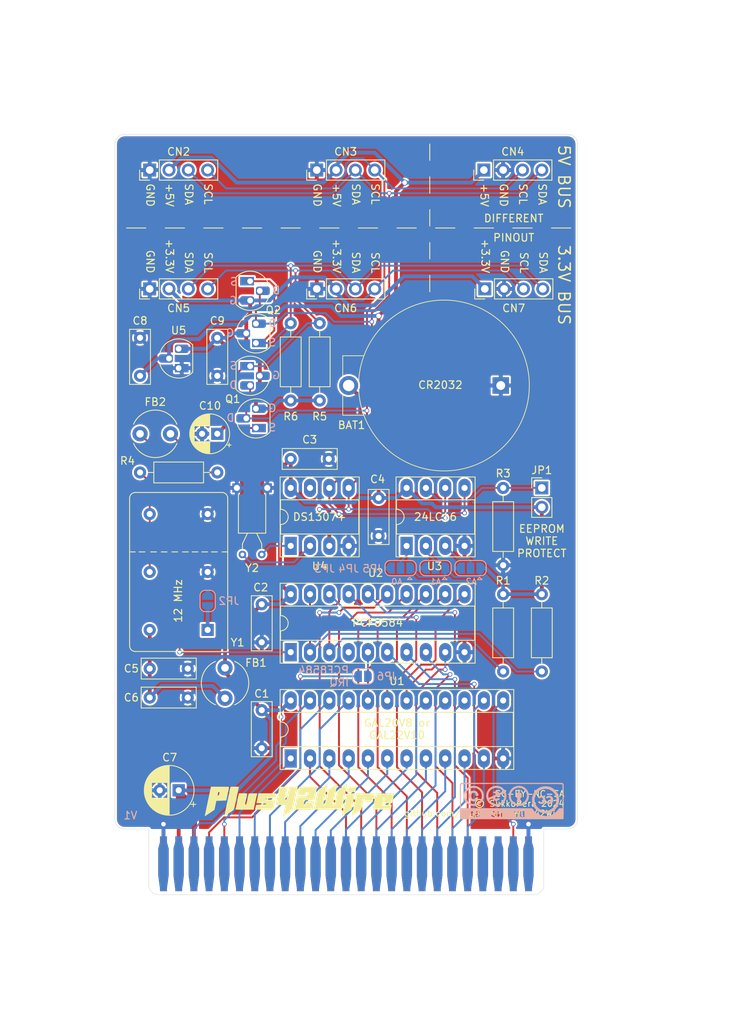
<source format=kicad_pcb>
(kicad_pcb (version 20171130) (host pcbnew 5.1.12)
  (title_block (title Plus42Wire) (date 2024-09-05) (rev 1git) (company SukkoPera) (comment 1 "i2c Bus Interface for the Commodore 16/116/+4") (comment 2 "Licensed under CC BY-NC-SA 4.0"))
  (layers (0 F.Cu signal) (31 B.Cu signal) (36 B.SilkS user) (37 F.SilkS user) (38 B.Mask user) (39 F.Mask user) (44 Edge.Cuts user))
  (net 0 "")
  (net 1 GND)
  (net 2 +5V)
  (net 3 /d7)
  (net 4 /d6)
  (net 5 /d4)
  (net 6 /d5)
  (net 7 /d3)
  (net 8 /d2)
  (net 9 /d1)
  (net 10 /d0)
  (net 11 /r_~w)
  (net 12 /phi2)
  (net 13 /~reset)
  (net 14 /a15)
  (net 15 /a14)
  (net 16 /a13)
  (net 17 /a12)
  (net 18 /a11)
  (net 19 /a10)
  (net 20 /a9)
  (net 21 /a8)
  (net 22 /a7)
  (net 23 /a6)
  (net 24 /a5)
  (net 25 /a4)
  (net 26 /a1)
  (net 27 /a0)
  (net 28 /a3)
  (net 29 /a2)
  (net 30 "Net-(CN1-Pad6)")
  (net 31 "Net-(CN1-Pad8)")
  (net 32 "Net-(CN1-Pad9)")
  (net 33 "Net-(CN1-Pad10)")
  (net 34 "Net-(CN1-Pad11)")
  (net 35 "Net-(CN1-Pad22)")
  (net 36 "Net-(CN1-PadB)")
  (net 37 "Net-(CN1-PadD)")
  (net 38 "Net-(CN1-PadE)")
  (net 39 "Net-(CN1-PadZ)")
  (net 40 "Net-(CN1-PadAA)")
  (net 41 "Net-(CN1-PadBB)")
  (net 42 "Net-(JP1-Pad1)")
  (net 43 /clock)
  (net 44 "Net-(C5-Pad1)")
  (net 45 "Net-(CN1-Pad7)")
  (net 46 /~irq)
  (net 47 "Net-(CN1-Pad12)")
  (net 48 "Net-(U4-Pad1)")
  (net 49 "Net-(BAT1-Pad1)")
  (net 50 /ba)
  (net 51 "Net-(CN1-Pad23)")
  (net 52 /scl)
  (net 53 /sda)
  (net 54 "Net-(FB2-Pad2)")
  (net 55 "Net-(JP2-Pad1)")
  (net 56 /~wr8584)
  (net 57 /~rd8584)
  (net 58 /~cs8584)
  (net 59 "Net-(U2-Pad4)")
  (net 60 "Net-(U4-Pad2)")
  (net 61 "Net-(U4-Pad7)")
  (net 62 "Net-(JP3-Pad2)")
  (net 63 "Net-(JP4-Pad2)")
  (net 64 "Net-(JP5-Pad2)")
  (net 65 "Net-(JP6-Pad1)")
  (net 66 +3V3)
  (net 67 /scl_3v3)
  (net 68 /sda_3v3)
  (net 69 "Net-(R4-Pad1)")
  (module Plus42Wire:Logo (layer F.Cu) (at 146.05 135.636)
    (fp_text reference V1 hide)
    (fp_text value LOGO hide)
  )
  (module Connector_PinHeader_2.54mm:PinHeader_1x04_P2.54mm_Vertical (layer F.Cu) (at 170.434 68.453 90)
    (fp_text reference CN7 (at -2.54 3.8 180) (layer F.SilkS))
    (fp_text value CONN_I2C_3V3_ALT)
    (pad 1 thru_hole rect (at 0 0 90) (size 1.7 1.7) (drill 1) (layers *.Cu *.Mask) (net 66 +3V3))
    (pad 2 thru_hole oval (at 0 2.54 90) (size 1.7 1.7) (drill 1) (layers *.Cu *.Mask) (net 1 GND))
    (pad 3 thru_hole oval (at 0 5.08 90) (size 1.7 1.7) (drill 1) (layers *.Cu *.Mask) (net 67 /scl_3v3))
    (pad 4 thru_hole oval (at 0 7.62 90) (size 1.7 1.7) (drill 1) (layers *.Cu *.Mask) (net 68 /sda_3v3))
  )
  (module Capacitor_THT:CP_Radial_D6.3mm_P2.50mm (layer F.Cu) (at 130.177 134.366 180)
    (fp_text reference C7 (at 1.18238 4.318) (layer F.SilkS))
    (fp_text value 100u)
    (pad 1 thru_hole rect (at 0 0 180) (size 1.6 1.6) (drill 0.8) (layers *.Cu *.Mask) (net 2 +5V))
    (pad 2 thru_hole circle (at 2.5 0 225) (size 1.6 1.6) (drill 0.8) (layers *.Cu *.Mask) (net 1 GND))
  )
  (module Capacitor_THT:C_Disc_D7.0mm_W2.5mm_P5.00mm (layer F.Cu) (at 141.097 123.825 270)
    (fp_text reference C1 (at -2.159 0 180) (layer F.SilkS))
    (fp_text value 100n)
    (pad 2 thru_hole circle (at 5 0 315) (size 1.6 1.6) (drill 0.8) (layers *.Cu *.Mask) (net 1 GND))
    (pad 1 thru_hole circle (at 0 0 270) (size 1.6 1.6) (drill 0.8) (layers *.Cu *.Mask) (net 2 +5V))
  )
  (module Package_DIP:DIP-24_W7.62mm_Socket_LongPads (layer F.Cu) (at 144.907 130.175 90)
    (fp_text reference U1 (at 10.16 13.975 180) (layer F.SilkS))
    (fp_text value GAL20V8)
    (pad 1 thru_hole rect (at 0 0 90) (size 2.4 1.6) (drill 0.8) (layers *.Cu *.Mask) (net 14 /a15))
    (pad 13 thru_hole oval (at 7.62 27.94 90) (size 2.4 1.6) (drill 0.8) (layers *.Cu *.Mask) (net 12 /phi2))
    (pad 2 thru_hole oval (at 0 2.54 90) (size 2.4 1.6) (drill 0.8) (layers *.Cu *.Mask) (net 50 /ba))
    (pad 14 thru_hole oval (at 7.62 25.4 90) (size 2.4 1.6) (drill 0.8) (layers *.Cu *.Mask) (net 26 /a1))
    (pad 3 thru_hole oval (at 0 5.08 90) (size 2.4 1.6) (drill 0.8) (layers *.Cu *.Mask) (net 17 /a12))
    (pad 15 thru_hole oval (at 7.62 22.86 90) (size 2.4 1.6) (drill 0.8) (layers *.Cu *.Mask) (net 28 /a3))
    (pad 4 thru_hole oval (at 0 7.62 90) (size 2.4 1.6) (drill 0.8) (layers *.Cu *.Mask) (net 18 /a11))
    (pad 16 thru_hole oval (at 7.62 20.32 90) (size 2.4 1.6) (drill 0.8) (layers *.Cu *.Mask) (net 24 /a5))
    (pad 5 thru_hole oval (at 0 10.16 90) (size 2.4 1.6) (drill 0.8) (layers *.Cu *.Mask) (net 19 /a10))
    (pad 17 thru_hole oval (at 7.62 17.78 90) (size 2.4 1.6) (drill 0.8) (layers *.Cu *.Mask) (net 22 /a7))
    (pad 6 thru_hole oval (at 0 12.7 90) (size 2.4 1.6) (drill 0.8) (layers *.Cu *.Mask) (net 20 /a9))
    (pad 18 thru_hole oval (at 7.62 15.24 90) (size 2.4 1.6) (drill 0.8) (layers *.Cu *.Mask) (net 57 /~rd8584))
    (pad 7 thru_hole oval (at 0 15.24 90) (size 2.4 1.6) (drill 0.8) (layers *.Cu *.Mask) (net 21 /a8))
    (pad 19 thru_hole oval (at 7.62 12.7 90) (size 2.4 1.6) (drill 0.8) (layers *.Cu *.Mask) (net 58 /~cs8584))
    (pad 8 thru_hole oval (at 0 17.78 90) (size 2.4 1.6) (drill 0.8) (layers *.Cu *.Mask) (net 23 /a6))
    (pad 20 thru_hole oval (at 7.62 10.16 90) (size 2.4 1.6) (drill 0.8) (layers *.Cu *.Mask) (net 56 /~wr8584))
    (pad 9 thru_hole oval (at 0 20.32 90) (size 2.4 1.6) (drill 0.8) (layers *.Cu *.Mask) (net 25 /a4))
    (pad 21 thru_hole oval (at 7.62 7.62 90) (size 2.4 1.6) (drill 0.8) (layers *.Cu *.Mask) (net 16 /a13))
    (pad 10 thru_hole oval (at 0 22.86 90) (size 2.4 1.6) (drill 0.8) (layers *.Cu *.Mask) (net 29 /a2))
    (pad 22 thru_hole oval (at 7.62 5.08 90) (size 2.4 1.6) (drill 0.8) (layers *.Cu *.Mask) (net 15 /a14))
    (pad 11 thru_hole oval (at 0 25.4 90) (size 2.4 1.6) (drill 0.8) (layers *.Cu *.Mask) (net 27 /a0))
    (pad 23 thru_hole oval (at 7.62 2.54 90) (size 2.4 1.6) (drill 0.8) (layers *.Cu *.Mask) (net 11 /r_~w))
    (pad 12 thru_hole oval (at 0 27.94 90) (size 2.4 1.6) (drill 0.8) (layers *.Cu *.Mask) (net 1 GND))
    (pad 24 thru_hole oval (at 7.62 0 90) (size 2.4 1.6) (drill 0.8) (layers *.Cu *.Mask) (net 2 +5V))
  )
  (module Jumper:SolderJumper-2_P1.3mm_Open_RoundedPad1.0x1.5mm (layer B.Cu) (at 133.985 109.474 90)
    (fp_text reference JP2 (at 0 2.794 180) (layer B.SilkS) (effects (justify mirror)))
    (fp_text value JMP_OSC_PIN1)
    (pad 1 smd custom (at -0.65 0 90) (size 1 0.5) (layers B.Cu B.Mask) (net 55 "Net-(JP2-Pad1)") (options (clearance outline) (anchor rect)) (primitives (gr_circle (center 0 -0.25) (end 0.5 -0.25) (width 0)) (gr_circle (center 0 0.25) (end 0.5 0.25) (width 0)) (gr_poly (pts (xy 0 0.75) (xy 0.5 0.75) (xy 0.5 -0.75) (xy 0 -0.75)) (width 0))))
    (pad 2 smd custom (at 0.65 0 90) (size 1 0.5) (layers B.Cu B.Mask) (net 1 GND) (options (clearance outline) (anchor rect)) (primitives (gr_circle (center 0 -0.25) (end 0.5 -0.25) (width 0)) (gr_circle (center 0 0.25) (end 0.5 0.25) (width 0)) (gr_poly (pts (xy 0 0.75) (xy -0.5 0.75) (xy -0.5 -0.75) (xy 0 -0.75)) (width 0))))
  )
  (module Capacitor_THT:C_Disc_D7.0mm_W2.5mm_P5.00mm (layer F.Cu) (at 126.365 122.174)
    (fp_text reference C6 (at -2.413 0) (layer F.SilkS))
    (fp_text value 100n)
    (pad 2 thru_hole circle (at 5 0) (size 1.6 1.6) (drill 0.8) (layers *.Cu *.Mask) (net 1 GND))
    (pad 1 thru_hole circle (at 0 0) (size 1.6 1.6) (drill 0.8) (layers *.Cu *.Mask) (net 44 "Net-(C5-Pad1)"))
  )
  (module Inductor_THT:L_Radial_D6.0mm_P4.00mm (layer F.Cu) (at 136.271 122.269 90)
    (fp_text reference FB1 (at 4.667 4.064 180) (layer F.SilkS))
    (fp_text value FERRITE)
    (pad 1 thru_hole circle (at 0 0 90) (size 2 2) (drill 1) (layers *.Cu *.Mask) (net 44 "Net-(C5-Pad1)"))
    (pad 2 thru_hole circle (at 4 0 90) (size 2 2) (drill 1) (layers *.Cu *.Mask) (net 2 +5V))
  )
  (module Inductor_THT:L_Radial_D6.0mm_P4.00mm (layer F.Cu) (at 125.095 87.503)
    (fp_text reference FB2 (at 2 -4.191) (layer F.SilkS))
    (fp_text value FERRITE)
    (pad 2 thru_hole circle (at 4 0) (size 2 2) (drill 1) (layers *.Cu *.Mask) (net 54 "Net-(FB2-Pad2)"))
    (pad 1 thru_hole circle (at 0 0) (size 2 2) (drill 1) (layers *.Cu *.Mask) (net 43 /clock))
  )
  (module Capacitor_THT:C_Disc_D7.0mm_W2.5mm_P5.00mm (layer F.Cu) (at 126.365 118.364)
    (fp_text reference C5 (at -2.413 0) (layer F.SilkS))
    (fp_text value 10n)
    (pad 1 thru_hole circle (at 0 0) (size 1.6 1.6) (drill 0.8) (layers *.Cu *.Mask) (net 44 "Net-(C5-Pad1)"))
    (pad 2 thru_hole circle (at 5 0) (size 1.6 1.6) (drill 0.8) (layers *.Cu *.Mask) (net 1 GND))
  )
  (module Plus42Wire:Battery_Holder_Coin_2032_BS-7 (layer F.Cu) (at 172.527 81.153 180)
    (fp_text reference BAT1 (at 19.619 -5.207) (layer F.SilkS))
    (fp_text value CR2032)
    (pad 2 thru_hole rect (at 0 0 180) (size 2.17 2.17) (drill 1.17) (layers *.Cu *.Mask) (net 1 GND))
    (pad 1 thru_hole circle (at 20 0 180) (size 2.5 2.5) (drill 1.5) (layers *.Cu *.Mask) (net 49 "Net-(BAT1-Pad1)"))
  )
  (module Capacitor_THT:C_Disc_D7.0mm_W2.5mm_P5.00mm (layer F.Cu) (at 141.097 109.905 270)
    (fp_text reference C2 (at -2.209 0.127 180) (layer F.SilkS))
    (fp_text value 100n)
    (pad 1 thru_hole circle (at 0 0 270) (size 1.6 1.6) (drill 0.8) (layers *.Cu *.Mask) (net 2 +5V))
    (pad 2 thru_hole circle (at 5 0 315) (size 1.6 1.6) (drill 0.8) (layers *.Cu *.Mask) (net 1 GND))
  )
  (module Capacitor_THT:C_Disc_D7.0mm_W2.5mm_P5.00mm (layer F.Cu) (at 144.907 90.805)
    (fp_text reference C3 (at 2.5 -2.54) (layer F.SilkS))
    (fp_text value 100n)
    (pad 2 thru_hole circle (at 5 0) (size 1.6 1.6) (drill 0.8) (layers *.Cu *.Mask) (net 1 GND))
    (pad 1 thru_hole circle (at 0 0) (size 1.6 1.6) (drill 0.8) (layers *.Cu *.Mask) (net 2 +5V))
  )
  (module Capacitor_THT:C_Disc_D7.0mm_W2.5mm_P5.00mm (layer F.Cu) (at 156.464 95.935 270)
    (fp_text reference C4 (at -2.463 0.127 180) (layer F.SilkS))
    (fp_text value 100n)
    (pad 1 thru_hole circle (at 0 0 270) (size 1.6 1.6) (drill 0.8) (layers *.Cu *.Mask) (net 2 +5V))
    (pad 2 thru_hole circle (at 5 0 270) (size 1.6 1.6) (drill 0.8) (layers *.Cu *.Mask) (net 1 GND))
  )
  (module Plus42Wire:C16_Cart_Conn (layer F.Cu) (at 152.177 144.018)
    (fp_text reference CN1 hide)
    (fp_text value EDGE_CONN hide)
    (pad 2 smd custom (at -22 0) (size 0.9 7.2) (layers F.Cu) (net 2 +5V) (options (clearance outline) (anchor rect)) (primitives (gr_poly (pts (xy 0.632 -2) (xy 0.632 1.524) (xy 0.378 3.429) (xy -0.384 3.429) (xy -0.638 1.524) (xy -0.638 -2) (xy -0.384 -2.921) (xy 0.378 -2.921)) (width 0.1))))
    (pad 6 smd custom (at -14 0) (size 0.9 7.2) (layers F.Cu) (net 30 "Net-(CN1-Pad6)") (options (clearance outline) (anchor rect)) (primitives (gr_poly (pts (xy 0.632 -2) (xy 0.632 1.524) (xy 0.378 3.429) (xy -0.384 3.429) (xy -0.638 1.524) (xy -0.638 -2) (xy -0.384 -2.921) (xy 0.378 -2.921)) (width 0.1))))
    (pad 7 smd custom (at -12 0) (size 0.9 7.2) (layers F.Cu) (net 45 "Net-(CN1-Pad7)") (options (clearance outline) (anchor rect)) (primitives (gr_poly (pts (xy 0.632 -2) (xy 0.632 1.524) (xy 0.378 3.429) (xy -0.384 3.429) (xy -0.638 1.524) (xy -0.638 -2) (xy -0.384 -2.921) (xy 0.378 -2.921)) (width 0.1))))
    (pad 8 smd custom (at -10 0) (size 0.9 7.2) (layers F.Cu) (net 31 "Net-(CN1-Pad8)") (options (clearance outline) (anchor rect)) (primitives (gr_poly (pts (xy 0.632 -2) (xy 0.632 1.524) (xy 0.378 3.429) (xy -0.384 3.429) (xy -0.638 1.524) (xy -0.638 -2) (xy -0.384 -2.921) (xy 0.378 -2.921)) (width 0.1))))
    (pad 9 smd custom (at -8 0) (size 0.9 7.2) (layers F.Cu) (net 32 "Net-(CN1-Pad9)") (options (clearance outline) (anchor rect)) (primitives (gr_poly (pts (xy 0.632 -2) (xy 0.632 1.524) (xy 0.378 3.429) (xy -0.384 3.429) (xy -0.638 1.524) (xy -0.638 -2) (xy -0.384 -2.921) (xy 0.378 -2.921)) (width 0.1))))
    (pad 10 smd custom (at -6 0) (size 0.9 7.2) (layers F.Cu) (net 33 "Net-(CN1-Pad10)") (options (clearance outline) (anchor rect)) (primitives (gr_poly (pts (xy 0.632 -2) (xy 0.632 1.524) (xy 0.378 3.429) (xy -0.384 3.429) (xy -0.638 1.524) (xy -0.638 -2) (xy -0.384 -2.921) (xy 0.378 -2.921)) (width 0.1))))
    (pad 11 smd custom (at -4 0) (size 0.9 7.2) (layers F.Cu) (net 34 "Net-(CN1-Pad11)") (options (clearance outline) (anchor rect)) (primitives (gr_poly (pts (xy 0.632 -2) (xy 0.632 1.524) (xy 0.378 3.429) (xy -0.384 3.429) (xy -0.638 1.524) (xy -0.638 -2) (xy -0.384 -2.921) (xy 0.378 -2.921)) (width 0.1))))
    (pad 12 smd custom (at -2 0) (size 0.9 7.2) (layers F.Cu) (net 47 "Net-(CN1-Pad12)") (options (clearance outline) (anchor rect)) (primitives (gr_poly (pts (xy 0.632 -2) (xy 0.632 1.524) (xy 0.378 3.429) (xy -0.384 3.429) (xy -0.638 1.524) (xy -0.638 -2) (xy -0.384 -2.921) (xy 0.378 -2.921)) (width 0.1))))
    (pad 13 smd custom (at 0 0) (size 0.9 7.2) (layers F.Cu) (net 50 /ba) (options (clearance outline) (anchor rect)) (primitives (gr_poly (pts (xy 0.632 -2) (xy 0.632 1.524) (xy 0.378 3.429) (xy -0.384 3.429) (xy -0.638 1.524) (xy -0.638 -2) (xy -0.384 -2.921) (xy 0.378 -2.921)) (width 0.1))))
    (pad 14 smd custom (at 2 0) (size 0.9 7.2) (layers F.Cu) (net 3 /d7) (options (clearance outline) (anchor rect)) (primitives (gr_poly (pts (xy 0.632 -2) (xy 0.632 1.524) (xy 0.378 3.429) (xy -0.384 3.429) (xy -0.638 1.524) (xy -0.638 -2) (xy -0.384 -2.921) (xy 0.378 -2.921)) (width 0.1))))
    (pad 15 smd custom (at 4 0) (size 0.9 7.2) (layers F.Cu) (net 4 /d6) (options (clearance outline) (anchor rect)) (primitives (gr_poly (pts (xy 0.632 -2) (xy 0.632 1.524) (xy 0.378 3.429) (xy -0.384 3.429) (xy -0.638 1.524) (xy -0.638 -2) (xy -0.384 -2.921) (xy 0.378 -2.921)) (width 0.1))))
    (pad 17 smd custom (at 8 0) (size 0.9 7.2) (layers F.Cu) (net 5 /d4) (options (clearance outline) (anchor rect)) (primitives (gr_poly (pts (xy 0.632 -2) (xy 0.632 1.524) (xy 0.378 3.429) (xy -0.384 3.429) (xy -0.638 1.524) (xy -0.638 -2) (xy -0.384 -2.921) (xy 0.378 -2.921)) (width 0.1))))
    (pad 16 smd custom (at 6 0) (size 0.9 7.2) (layers F.Cu) (net 6 /d5) (options (clearance outline) (anchor rect)) (primitives (gr_poly (pts (xy 0.632 -2) (xy 0.632 1.524) (xy 0.378 3.429) (xy -0.384 3.429) (xy -0.638 1.524) (xy -0.638 -2) (xy -0.384 -2.921) (xy 0.378 -2.921)) (width 0.1))))
    (pad 18 smd custom (at 10 0) (size 0.9 7.2) (layers F.Cu) (net 7 /d3) (options (clearance outline) (anchor rect)) (primitives (gr_poly (pts (xy 0.632 -2) (xy 0.632 1.524) (xy 0.378 3.429) (xy -0.384 3.429) (xy -0.638 1.524) (xy -0.638 -2) (xy -0.384 -2.921) (xy 0.378 -2.921)) (width 0.1))))
    (pad 19 smd custom (at 12 0) (size 0.9 7.2) (layers F.Cu) (net 8 /d2) (options (clearance outline) (anchor rect)) (primitives (gr_poly (pts (xy 0.632 -2) (xy 0.632 1.524) (xy 0.378 3.429) (xy -0.384 3.429) (xy -0.638 1.524) (xy -0.638 -2) (xy -0.384 -2.921) (xy 0.378 -2.921)) (width 0.1))))
    (pad 20 smd custom (at 14 0) (size 0.9 7.2) (layers F.Cu) (net 9 /d1) (options (clearance outline) (anchor rect)) (primitives (gr_poly (pts (xy 0.632 -2) (xy 0.632 1.524) (xy 0.378 3.429) (xy -0.384 3.429) (xy -0.638 1.524) (xy -0.638 -2) (xy -0.384 -2.921) (xy 0.378 -2.921)) (width 0.1))))
    (pad 21 smd custom (at 16 0) (size 0.9 7.2) (layers F.Cu) (net 10 /d0) (options (clearance outline) (anchor rect)) (primitives (gr_poly (pts (xy 0.632 -2) (xy 0.632 1.524) (xy 0.378 3.429) (xy -0.384 3.429) (xy -0.638 1.524) (xy -0.638 -2) (xy -0.384 -2.921) (xy 0.378 -2.921)) (width 0.1))))
    (pad 25 smd custom (at 24 0) (size 0.9 7.2) (layers F.Cu) (net 1 GND) (options (clearance outline) (anchor rect)) (primitives (gr_poly (pts (xy 0.632 -2) (xy 0.632 1.524) (xy 0.378 3.429) (xy -0.384 3.429) (xy -0.638 1.524) (xy -0.638 -2) (xy -0.384 -2.921) (xy 0.378 -2.921)) (width 0.1))))
    (pad 22 smd custom (at 18 0) (size 0.9 7.2) (layers F.Cu) (net 35 "Net-(CN1-Pad22)") (options (clearance outline) (anchor rect)) (primitives (gr_poly (pts (xy 0.632 -2) (xy 0.632 1.524) (xy 0.378 3.429) (xy -0.384 3.429) (xy -0.638 1.524) (xy -0.638 -2) (xy -0.384 -2.921) (xy 0.378 -2.921)) (width 0.1))))
    (pad 4 smd custom (at -18 0) (size 0.9 7.2) (layers F.Cu) (net 46 /~irq) (options (clearance outline) (anchor rect)) (primitives (gr_poly (pts (xy 0.632 -2) (xy 0.632 1.524) (xy 0.378 3.429) (xy -0.384 3.429) (xy -0.638 1.524) (xy -0.638 -2) (xy -0.384 -2.921) (xy 0.378 -2.921)) (width 0.1))))
    (pad 5 smd custom (at -16 0) (size 0.9 7.2) (layers F.Cu) (net 11 /r_~w) (options (clearance outline) (anchor rect)) (primitives (gr_poly (pts (xy 0.632 -2) (xy 0.632 1.524) (xy 0.378 3.429) (xy -0.384 3.429) (xy -0.638 1.524) (xy -0.638 -2) (xy -0.384 -2.921) (xy 0.378 -2.921)) (width 0.1))))
    (pad 23 smd custom (at 20 0) (size 0.9 7.2) (layers F.Cu) (net 51 "Net-(CN1-Pad23)") (options (clearance outline) (anchor rect)) (primitives (gr_poly (pts (xy 0.632 -2) (xy 0.632 1.524) (xy 0.378 3.429) (xy -0.384 3.429) (xy -0.638 1.524) (xy -0.638 -2) (xy -0.384 -2.921) (xy 0.378 -2.921)) (width 0.1))))
    (pad 24 smd custom (at 22 0) (size 0.9 7.2) (layers F.Cu) (net 12 /phi2) (options (clearance outline) (anchor rect)) (primitives (gr_poly (pts (xy 0.632 -2) (xy 0.632 1.524) (xy 0.378 3.429) (xy -0.384 3.429) (xy -0.638 1.524) (xy -0.638 -2) (xy -0.384 -2.921) (xy 0.378 -2.921)) (width 0.1))))
    (pad B smd custom (at -22 0) (size 0.9 7.2) (layers B.Cu) (net 36 "Net-(CN1-PadB)") (options (clearance outline) (anchor rect)) (primitives (gr_poly (pts (xy 0.632 -2) (xy 0.632 1.524) (xy 0.378 3.429) (xy -0.384 3.429) (xy -0.638 1.524) (xy -0.638 -2) (xy -0.384 -2.921) (xy 0.378 -2.921)) (width 0.1))))
    (pad A smd custom (at -24 0) (size 0.9 7.2) (layers B.Cu) (net 1 GND) (options (clearance outline) (anchor rect)) (primitives (gr_poly (pts (xy 0.632 -2) (xy 0.632 1.524) (xy 0.378 3.429) (xy -0.384 3.429) (xy -0.638 1.524) (xy -0.638 -2) (xy -0.384 -2.921) (xy 0.378 -2.921)) (width 0.1))))
    (pad C smd custom (at -20 0) (size 0.9 7.2) (layers B.Cu) (net 13 /~reset) (options (clearance outline) (anchor rect)) (primitives (gr_poly (pts (xy 0.632 -2) (xy 0.632 1.524) (xy 0.378 3.429) (xy -0.384 3.429) (xy -0.638 1.524) (xy -0.638 -2) (xy -0.384 -2.921) (xy 0.378 -2.921)) (width 0.1))))
    (pad D smd custom (at -18 0) (size 0.9 7.2) (layers B.Cu) (net 37 "Net-(CN1-PadD)") (options (clearance outline) (anchor rect)) (primitives (gr_poly (pts (xy 0.632 -2) (xy 0.632 1.524) (xy 0.378 3.429) (xy -0.384 3.429) (xy -0.638 1.524) (xy -0.638 -2) (xy -0.384 -2.921) (xy 0.378 -2.921)) (width 0.1))))
    (pad E smd custom (at -16 0) (size 0.9 7.2) (layers B.Cu) (net 38 "Net-(CN1-PadE)") (options (clearance outline) (anchor rect)) (primitives (gr_poly (pts (xy 0.632 -2) (xy 0.632 1.524) (xy 0.378 3.429) (xy -0.384 3.429) (xy -0.638 1.524) (xy -0.638 -2) (xy -0.384 -2.921) (xy 0.378 -2.921)) (width 0.1))))
    (pad F smd custom (at -14 0) (size 0.9 7.2) (layers B.Cu) (net 14 /a15) (options (clearance outline) (anchor rect)) (primitives (gr_poly (pts (xy 0.632 -2) (xy 0.632 1.524) (xy 0.378 3.429) (xy -0.384 3.429) (xy -0.638 1.524) (xy -0.638 -2) (xy -0.384 -2.921) (xy 0.378 -2.921)) (width 0.1))))
    (pad H smd custom (at -12 0) (size 0.9 7.2) (layers B.Cu) (net 15 /a14) (options (clearance outline) (anchor rect)) (primitives (gr_poly (pts (xy 0.632 -2) (xy 0.632 1.524) (xy 0.378 3.429) (xy -0.384 3.429) (xy -0.638 1.524) (xy -0.638 -2) (xy -0.384 -2.921) (xy 0.378 -2.921)) (width 0.1))))
    (pad J smd custom (at -10 0) (size 0.9 7.2) (layers B.Cu) (net 16 /a13) (options (clearance outline) (anchor rect)) (primitives (gr_poly (pts (xy 0.632 -2) (xy 0.632 1.524) (xy 0.378 3.429) (xy -0.384 3.429) (xy -0.638 1.524) (xy -0.638 -2) (xy -0.384 -2.921) (xy 0.378 -2.921)) (width 0.1))))
    (pad K smd custom (at -8 0) (size 0.9 7.2) (layers B.Cu) (net 17 /a12) (options (clearance outline) (anchor rect)) (primitives (gr_poly (pts (xy 0.632 -2) (xy 0.632 1.524) (xy 0.378 3.429) (xy -0.384 3.429) (xy -0.638 1.524) (xy -0.638 -2) (xy -0.384 -2.921) (xy 0.378 -2.921)) (width 0.1))))
    (pad L smd custom (at -6 0) (size 0.9 7.2) (layers B.Cu) (net 18 /a11) (options (clearance outline) (anchor rect)) (primitives (gr_poly (pts (xy 0.632 -2) (xy 0.632 1.524) (xy 0.378 3.429) (xy -0.384 3.429) (xy -0.638 1.524) (xy -0.638 -2) (xy -0.384 -2.921) (xy 0.378 -2.921)) (width 0.1))))
    (pad M smd custom (at -4 0) (size 0.9 7.2) (layers B.Cu) (net 19 /a10) (options (clearance outline) (anchor rect)) (primitives (gr_poly (pts (xy 0.632 -2) (xy 0.632 1.524) (xy 0.378 3.429) (xy -0.384 3.429) (xy -0.638 1.524) (xy -0.638 -2) (xy -0.384 -2.921) (xy 0.378 -2.921)) (width 0.1))))
    (pad N smd custom (at -2 0) (size 0.9 7.2) (layers B.Cu) (net 20 /a9) (options (clearance outline) (anchor rect)) (primitives (gr_poly (pts (xy 0.632 -2) (xy 0.632 1.524) (xy 0.378 3.429) (xy -0.384 3.429) (xy -0.638 1.524) (xy -0.638 -2) (xy -0.384 -2.921) (xy 0.378 -2.921)) (width 0.1))))
    (pad P smd custom (at 0 0) (size 0.9 7.2) (layers B.Cu) (net 21 /a8) (options (clearance outline) (anchor rect)) (primitives (gr_poly (pts (xy 0.632 -2) (xy 0.632 1.524) (xy 0.378 3.429) (xy -0.384 3.429) (xy -0.638 1.524) (xy -0.638 -2) (xy -0.384 -2.921) (xy 0.378 -2.921)) (width 0.1))))
    (pad R smd custom (at 2 0) (size 0.9 7.2) (layers B.Cu) (net 22 /a7) (options (clearance outline) (anchor rect)) (primitives (gr_poly (pts (xy 0.632 -2) (xy 0.632 1.524) (xy 0.378 3.429) (xy -0.384 3.429) (xy -0.638 1.524) (xy -0.638 -2) (xy -0.384 -2.921) (xy 0.378 -2.921)) (width 0.1))))
    (pad S smd custom (at 4 0) (size 0.9 7.2) (layers B.Cu) (net 23 /a6) (options (clearance outline) (anchor rect)) (primitives (gr_poly (pts (xy 0.632 -2) (xy 0.632 1.524) (xy 0.378 3.429) (xy -0.384 3.429) (xy -0.638 1.524) (xy -0.638 -2) (xy -0.384 -2.921) (xy 0.378 -2.921)) (width 0.1))))
    (pad T smd custom (at 6 0) (size 0.9 7.2) (layers B.Cu) (net 24 /a5) (options (clearance outline) (anchor rect)) (primitives (gr_poly (pts (xy 0.632 -2) (xy 0.632 1.524) (xy 0.378 3.429) (xy -0.384 3.429) (xy -0.638 1.524) (xy -0.638 -2) (xy -0.384 -2.921) (xy 0.378 -2.921)) (width 0.1))))
    (pad U smd custom (at 8 0) (size 0.9 7.2) (layers B.Cu) (net 25 /a4) (options (clearance outline) (anchor rect)) (primitives (gr_poly (pts (xy 0.632 -2) (xy 0.632 1.524) (xy 0.378 3.429) (xy -0.384 3.429) (xy -0.638 1.524) (xy -0.638 -2) (xy -0.384 -2.921) (xy 0.378 -2.921)) (width 0.1))))
    (pad V smd custom (at 10 0) (size 0.9 7.2) (layers B.Cu) (net 28 /a3) (options (clearance outline) (anchor rect)) (primitives (gr_poly (pts (xy 0.632 -2) (xy 0.632 1.524) (xy 0.378 3.429) (xy -0.384 3.429) (xy -0.638 1.524) (xy -0.638 -2) (xy -0.384 -2.921) (xy 0.378 -2.921)) (width 0.1))))
    (pad W smd custom (at 12 0) (size 0.9 7.2) (layers B.Cu) (net 29 /a2) (options (clearance outline) (anchor rect)) (primitives (gr_poly (pts (xy 0.632 -2) (xy 0.632 1.524) (xy 0.378 3.429) (xy -0.384 3.429) (xy -0.638 1.524) (xy -0.638 -2) (xy -0.384 -2.921) (xy 0.378 -2.921)) (width 0.1))))
    (pad X smd custom (at 14 0) (size 0.9 7.2) (layers B.Cu) (net 26 /a1) (options (clearance outline) (anchor rect)) (primitives (gr_poly (pts (xy 0.632 -2) (xy 0.632 1.524) (xy 0.378 3.429) (xy -0.384 3.429) (xy -0.638 1.524) (xy -0.638 -2) (xy -0.384 -2.921) (xy 0.378 -2.921)) (width 0.1))))
    (pad Y smd custom (at 16 0) (size 0.9 7.2) (layers B.Cu) (net 27 /a0) (options (clearance outline) (anchor rect)) (primitives (gr_poly (pts (xy 0.632 -2) (xy 0.632 1.524) (xy 0.378 3.429) (xy -0.384 3.429) (xy -0.638 1.524) (xy -0.638 -2) (xy -0.384 -2.921) (xy 0.378 -2.921)) (width 0.1))))
    (pad Z smd custom (at 18 0) (size 0.9 7.2) (layers B.Cu) (net 39 "Net-(CN1-PadZ)") (options (clearance outline) (anchor rect)) (primitives (gr_poly (pts (xy 0.632 -2) (xy 0.632 1.524) (xy 0.378 3.429) (xy -0.384 3.429) (xy -0.638 1.524) (xy -0.638 -2) (xy -0.384 -2.921) (xy 0.378 -2.921)) (width 0.1))))
    (pad AA smd custom (at 20 0) (size 0.9 7.2) (layers B.Cu) (net 40 "Net-(CN1-PadAA)") (options (clearance outline) (anchor rect)) (primitives (gr_poly (pts (xy 0.632 -2) (xy 0.632 1.524) (xy 0.378 3.429) (xy -0.384 3.429) (xy -0.638 1.524) (xy -0.638 -2) (xy -0.384 -2.921) (xy 0.378 -2.921)) (width 0.1))))
    (pad BB smd custom (at 22 0) (size 0.9 7.2) (layers B.Cu) (net 41 "Net-(CN1-PadBB)") (options (clearance outline) (anchor rect)) (primitives (gr_poly (pts (xy 0.632 -2) (xy 0.632 1.524) (xy 0.378 3.429) (xy -0.384 3.429) (xy -0.638 1.524) (xy -0.638 -2) (xy -0.384 -2.921) (xy 0.378 -2.921)) (width 0.1))))
    (pad CC smd custom (at 24 0) (size 0.9 7.2) (layers B.Cu) (net 1 GND) (options (clearance outline) (anchor rect)) (primitives (gr_poly (pts (xy 0.632 -2) (xy 0.632 1.524) (xy 0.378 3.429) (xy -0.384 3.429) (xy -0.638 1.524) (xy -0.638 -2) (xy -0.384 -2.921) (xy 0.378 -2.921)) (width 0.1))))
    (pad 3 smd custom (at -20 0) (size 0.9 7.2) (layers F.Cu) (net 2 +5V) (options (clearance outline) (anchor rect)) (primitives (gr_poly (pts (xy 0.632 -2) (xy 0.632 1.524) (xy 0.378 3.429) (xy -0.384 3.429) (xy -0.638 1.524) (xy -0.638 -2) (xy -0.384 -2.921) (xy 0.378 -2.921)) (width 0.1))))
    (pad 1 smd custom (at -24 0) (size 0.9 7.2) (layers F.Cu) (net 1 GND) (options (clearance outline) (anchor rect)) (primitives (gr_poly (pts (xy 0.632 -2) (xy 0.632 1.524) (xy 0.378 3.429) (xy -0.384 3.429) (xy -0.638 1.524) (xy -0.638 -2) (xy -0.384 -2.921) (xy 0.378 -2.921)) (width 0.1))))
  )
  (module Connector_PinHeader_2.54mm:PinHeader_1x04_P2.54mm_Vertical (layer F.Cu) (at 148.336 52.832 90)
    (fp_text reference CN3 (at 2.413 3.8 180) (layer F.SilkS))
    (fp_text value CONN_I2C_5V)
    (pad 4 thru_hole oval (at 0 7.62 90) (size 1.7 1.7) (drill 1) (layers *.Cu *.Mask) (net 52 /scl))
    (pad 3 thru_hole oval (at 0 5.08 90) (size 1.7 1.7) (drill 1) (layers *.Cu *.Mask) (net 53 /sda))
    (pad 2 thru_hole oval (at 0 2.54 90) (size 1.7 1.7) (drill 1) (layers *.Cu *.Mask) (net 2 +5V))
    (pad 1 thru_hole rect (at 0 0 90) (size 1.7 1.7) (drill 1) (layers *.Cu *.Mask) (net 1 GND))
  )
  (module Connector_PinHeader_2.54mm:PinHeader_1x04_P2.54mm_Vertical (layer F.Cu) (at 170.307 52.832 90)
    (fp_text reference CN4 (at 2.413 3.8 180) (layer F.SilkS))
    (fp_text value CONN_I2C_5V_ALT)
    (pad 1 thru_hole rect (at 0 0 90) (size 1.7 1.7) (drill 1) (layers *.Cu *.Mask) (net 2 +5V))
    (pad 2 thru_hole oval (at 0 2.54 90) (size 1.7 1.7) (drill 1) (layers *.Cu *.Mask) (net 1 GND))
    (pad 3 thru_hole oval (at 0 5.08 90) (size 1.7 1.7) (drill 1) (layers *.Cu *.Mask) (net 52 /scl))
    (pad 4 thru_hole oval (at 0 7.62 90) (size 1.7 1.7) (drill 1) (layers *.Cu *.Mask) (net 53 /sda))
  )
  (module Connector_PinHeader_2.54mm:PinHeader_1x04_P2.54mm_Vertical (layer F.Cu) (at 126.365 52.832 90)
    (fp_text reference CN2 (at 2.413 3.8 180) (layer F.SilkS))
    (fp_text value CONN_I2C_5V)
    (pad 1 thru_hole rect (at 0 0 90) (size 1.7 1.7) (drill 1) (layers *.Cu *.Mask) (net 1 GND))
    (pad 2 thru_hole oval (at 0 2.54 90) (size 1.7 1.7) (drill 1) (layers *.Cu *.Mask) (net 2 +5V))
    (pad 3 thru_hole oval (at 0 5.08 90) (size 1.7 1.7) (drill 1) (layers *.Cu *.Mask) (net 53 /sda))
    (pad 4 thru_hole oval (at 0 7.62 90) (size 1.7 1.7) (drill 1) (layers *.Cu *.Mask) (net 52 /scl))
  )
  (module Connector_PinHeader_2.54mm:PinHeader_1x02_P2.54mm_Vertical (layer F.Cu) (at 177.927 94.615)
    (fp_text reference JP1 (at 0 -2.33) (layer F.SilkS))
    (fp_text value JMP_EEPROM_WPROT)
    (pad 1 thru_hole rect (at 0 0) (size 1.7 1.7) (drill 1) (layers *.Cu *.Mask) (net 42 "Net-(JP1-Pad1)"))
    (pad 2 thru_hole oval (at 0 2.54) (size 1.7 1.7) (drill 1) (layers *.Cu *.Mask) (net 2 +5V))
  )
  (module Resistor_THT:R_Axial_DIN0207_L6.3mm_D2.5mm_P10.16mm_Horizontal (layer F.Cu) (at 172.847 108.585 270)
    (fp_text reference R1 (at -1.778 0 180) (layer F.SilkS))
    (fp_text value 4.7k)
    (pad 2 thru_hole oval (at 10.16 0 270) (size 1.6 1.6) (drill 0.8) (layers *.Cu *.Mask) (net 52 /scl))
    (pad 1 thru_hole circle (at 0 0 270) (size 1.6 1.6) (drill 0.8) (layers *.Cu *.Mask) (net 2 +5V))
  )
  (module Resistor_THT:R_Axial_DIN0207_L6.3mm_D2.5mm_P10.16mm_Horizontal (layer F.Cu) (at 177.927 108.585 270)
    (fp_text reference R2 (at -1.778 0 180) (layer F.SilkS))
    (fp_text value 4.7k)
    (pad 1 thru_hole circle (at 0 0 270) (size 1.6 1.6) (drill 0.8) (layers *.Cu *.Mask) (net 2 +5V))
    (pad 2 thru_hole oval (at 10.16 0 270) (size 1.6 1.6) (drill 0.8) (layers *.Cu *.Mask) (net 53 /sda))
  )
  (module Resistor_THT:R_Axial_DIN0207_L6.3mm_D2.5mm_P10.16mm_Horizontal (layer F.Cu) (at 172.847 94.615 270)
    (fp_text reference R3 (at -1.905 0 180) (layer F.SilkS))
    (fp_text value 4.7k)
    (pad 1 thru_hole circle (at 0 0 270) (size 1.6 1.6) (drill 0.8) (layers *.Cu *.Mask) (net 42 "Net-(JP1-Pad1)"))
    (pad 2 thru_hole oval (at 10.16 0 270) (size 1.6 1.6) (drill 0.8) (layers *.Cu *.Mask) (net 1 GND))
  )
  (module Package_DIP:DIP-20_W7.62mm_Socket_LongPads (layer F.Cu) (at 144.907 116.205 90)
    (fp_text reference U2 (at 10.414 11.176 180) (layer F.SilkS))
    (fp_text value PCF8584 (at 3.8675 11.425 180) (layer F.SilkS))
    (pad 1 thru_hole rect (at 0 0 90) (size 2.4 1.6) (drill 0.8) (layers *.Cu *.Mask) (net 43 /clock))
    (pad 11 thru_hole oval (at 7.62 22.86 90) (size 2.4 1.6) (drill 0.8) (layers *.Cu *.Mask) (net 7 /d3))
    (pad 2 thru_hole oval (at 0 2.54 90) (size 2.4 1.6) (drill 0.8) (layers *.Cu *.Mask) (net 53 /sda))
    (pad 12 thru_hole oval (at 7.62 20.32 90) (size 2.4 1.6) (drill 0.8) (layers *.Cu *.Mask) (net 5 /d4))
    (pad 3 thru_hole oval (at 0 5.08 90) (size 2.4 1.6) (drill 0.8) (layers *.Cu *.Mask) (net 52 /scl))
    (pad 13 thru_hole oval (at 7.62 17.78 90) (size 2.4 1.6) (drill 0.8) (layers *.Cu *.Mask) (net 6 /d5))
    (pad 4 thru_hole oval (at 0 7.62 90) (size 2.4 1.6) (drill 0.8) (layers *.Cu *.Mask) (net 59 "Net-(U2-Pad4)"))
    (pad 14 thru_hole oval (at 7.62 15.24 90) (size 2.4 1.6) (drill 0.8) (layers *.Cu *.Mask) (net 4 /d6))
    (pad 5 thru_hole oval (at 0 10.16 90) (size 2.4 1.6) (drill 0.8) (layers *.Cu *.Mask) (net 65 "Net-(JP6-Pad1)"))
    (pad 15 thru_hole oval (at 7.62 12.7 90) (size 2.4 1.6) (drill 0.8) (layers *.Cu *.Mask) (net 3 /d7))
    (pad 6 thru_hole oval (at 0 12.7 90) (size 2.4 1.6) (drill 0.8) (layers *.Cu *.Mask) (net 27 /a0))
    (pad 16 thru_hole oval (at 7.62 10.16 90) (size 2.4 1.6) (drill 0.8) (layers *.Cu *.Mask) (net 57 /~rd8584))
    (pad 7 thru_hole oval (at 0 15.24 90) (size 2.4 1.6) (drill 0.8) (layers *.Cu *.Mask) (net 10 /d0))
    (pad 17 thru_hole oval (at 7.62 7.62 90) (size 2.4 1.6) (drill 0.8) (layers *.Cu *.Mask) (net 58 /~cs8584))
    (pad 8 thru_hole oval (at 0 17.78 90) (size 2.4 1.6) (drill 0.8) (layers *.Cu *.Mask) (net 9 /d1))
    (pad 18 thru_hole oval (at 7.62 5.08 90) (size 2.4 1.6) (drill 0.8) (layers *.Cu *.Mask) (net 56 /~wr8584))
    (pad 9 thru_hole oval (at 0 20.32 90) (size 2.4 1.6) (drill 0.8) (layers *.Cu *.Mask) (net 8 /d2))
    (pad 19 thru_hole oval (at 7.62 2.54 90) (size 2.4 1.6) (drill 0.8) (layers *.Cu *.Mask) (net 13 /~reset))
    (pad 10 thru_hole oval (at 0 22.86 90) (size 2.4 1.6) (drill 0.8) (layers *.Cu *.Mask) (net 1 GND))
    (pad 20 thru_hole oval (at 7.62 0 90) (size 2.4 1.6) (drill 0.8) (layers *.Cu *.Mask) (net 2 +5V))
  )
  (module Package_DIP:DIP-8_W7.62mm_Socket_LongPads (layer F.Cu) (at 160.147 102.235 90)
    (fp_text reference U3 (at -2.667 3.683 180) (layer F.SilkS))
    (fp_text value 24LC16 (at 3.81 3.8 180) (layer F.SilkS))
    (pad 8 thru_hole oval (at 7.62 0 90) (size 2.4 1.6) (drill 0.8) (layers *.Cu *.Mask) (net 2 +5V))
    (pad 4 thru_hole oval (at 0 7.62 90) (size 2.4 1.6) (drill 0.8) (layers *.Cu *.Mask) (net 1 GND))
    (pad 7 thru_hole oval (at 7.62 2.54 90) (size 2.4 1.6) (drill 0.8) (layers *.Cu *.Mask) (net 42 "Net-(JP1-Pad1)"))
    (pad 3 thru_hole oval (at 0 5.08 90) (size 2.4 1.6) (drill 0.8) (layers *.Cu *.Mask) (net 64 "Net-(JP5-Pad2)"))
    (pad 6 thru_hole oval (at 7.62 5.08 90) (size 2.4 1.6) (drill 0.8) (layers *.Cu *.Mask) (net 52 /scl))
    (pad 2 thru_hole oval (at 0 2.54 90) (size 2.4 1.6) (drill 0.8) (layers *.Cu *.Mask) (net 63 "Net-(JP4-Pad2)"))
    (pad 5 thru_hole oval (at 7.62 7.62 90) (size 2.4 1.6) (drill 0.8) (layers *.Cu *.Mask) (net 53 /sda))
    (pad 1 thru_hole rect (at 0 0 90) (size 2.4 1.6) (drill 0.8) (layers *.Cu *.Mask) (net 62 "Net-(JP3-Pad2)"))
  )
  (module Package_DIP:DIP-8_W7.62mm_Socket_LongPads (layer F.Cu) (at 144.907 102.235 90)
    (fp_text reference U4 (at -2.667 3.81 180) (layer F.SilkS))
    (fp_text value DS1307+ (at 3.81 3.8 180) (layer F.SilkS))
    (pad 1 thru_hole rect (at 0 0 90) (size 2.4 1.6) (drill 0.8) (layers *.Cu *.Mask) (net 48 "Net-(U4-Pad1)"))
    (pad 5 thru_hole oval (at 7.62 7.62 90) (size 2.4 1.6) (drill 0.8) (layers *.Cu *.Mask) (net 53 /sda))
    (pad 2 thru_hole oval (at 0 2.54 90) (size 2.4 1.6) (drill 0.8) (layers *.Cu *.Mask) (net 60 "Net-(U4-Pad2)"))
    (pad 6 thru_hole oval (at 7.62 5.08 90) (size 2.4 1.6) (drill 0.8) (layers *.Cu *.Mask) (net 52 /scl))
    (pad 3 thru_hole oval (at 0 5.08 90) (size 2.4 1.6) (drill 0.8) (layers *.Cu *.Mask) (net 49 "Net-(BAT1-Pad1)"))
    (pad 7 thru_hole oval (at 7.62 2.54 90) (size 2.4 1.6) (drill 0.8) (layers *.Cu *.Mask) (net 61 "Net-(U4-Pad7)"))
    (pad 4 thru_hole oval (at 0 7.62 90) (size 2.4 1.6) (drill 0.8) (layers *.Cu *.Mask) (net 1 GND))
    (pad 8 thru_hole oval (at 7.62 0 90) (size 2.4 1.6) (drill 0.8) (layers *.Cu *.Mask) (net 2 +5V))
  )
  (module Plus42Wire:cc_by_nc_sa (layer B.Cu) (at 173.99 135.763 180)
    (fp_text reference V0 hide)
    (fp_text value CC-BY-NC-SA hide)
  )
  (module Plus42Wire:Oscillator_DIP-8+14 (layer F.Cu) (at 133.985 113.284 90)
    (fp_text reference Y1 (at -1.651 3.937 180) (layer F.SilkS))
    (fp_text value "12 MHz")
    (pad 7 thru_hole circle (at 7.62 0 90) (size 1.6 1.6) (drill 0.8) (layers *.Cu *.Mask) (net 1 GND))
    (pad 8 thru_hole circle (at 7.62 -7.62 90) (size 1.6 1.6) (drill 0.8) (layers *.Cu *.Mask) (net 69 "Net-(R4-Pad1)"))
    (pad 7 thru_hole circle (at 15.24 0 90) (size 1.6 1.6) (drill 0.8) (layers *.Cu *.Mask) (net 1 GND))
    (pad 8 thru_hole circle (at 15.24 -7.62 90) (size 1.6 1.6) (drill 0.8) (layers *.Cu *.Mask) (net 69 "Net-(R4-Pad1)"))
    (pad 14 thru_hole circle (at 0 -7.62 90) (size 1.6 1.6) (drill 0.8) (layers *.Cu *.Mask) (net 44 "Net-(C5-Pad1)"))
    (pad 1 thru_hole rect (at 0 0 90) (size 1.6 1.6) (drill 0.8) (layers *.Cu *.Mask) (net 55 "Net-(JP2-Pad1)"))
  )
  (module Crystal:Crystal_AT310_D3.0mm_L10.0mm_Horizontal_1EP_style2 (layer F.Cu) (at 141.097 103.365 180)
    (fp_text reference Y2 (at 1.27 -1.778 180) (layer F.SilkS))
    (fp_text value "32768 kHz")
    (pad 1 thru_hole circle (at 0 0 180) (size 1 1) (drill 0.5) (layers *.Cu *.Mask) (net 48 "Net-(U4-Pad1)"))
    (pad 2 thru_hole circle (at 2.54 0 180) (size 1 1) (drill 0.5) (layers *.Cu *.Mask) (net 60 "Net-(U4-Pad2)"))
    (pad 3 smd rect (at 1.27 8.75 180) (size 3.2 10.5) (layers F.Cu F.Paste F.Mask) (net 1 GND))
    (pad 3 thru_hole rect (at -0.73 8.75 180) (size 1.2 1.2) (drill 0.8) (layers *.Cu *.Mask) (net 1 GND))
    (pad 3 thru_hole rect (at 3.27 8.75 180) (size 1.2 1.2) (drill 0.8) (layers *.Cu *.Mask) (net 1 GND))
  )
  (module Jumper:SolderJumper-3_P1.3mm_Open_RoundedPad1.0x1.5mm (layer B.Cu) (at 159.355 105.156 180)
    (fp_text reference JP3 (at 10.003 -0.075) (layer B.SilkS) (effects (justify mirror)))
    (fp_text value JMP_EEPROM_A0)
    (pad 1 smd custom (at -1.3 0 180) (size 1 0.5) (layers B.Cu B.Mask) (net 2 +5V) (options (clearance outline) (anchor rect)) (primitives (gr_circle (center 0 -0.25) (end 0.5 -0.25) (width 0)) (gr_circle (center 0 0.25) (end 0.5 0.25) (width 0)) (gr_poly (pts (xy 0.55 0.75) (xy 0 0.75) (xy 0 -0.75) (xy 0.55 -0.75)) (width 0))))
    (pad 3 smd custom (at 1.3 0 180) (size 1 0.5) (layers B.Cu B.Mask) (net 1 GND) (options (clearance outline) (anchor rect)) (primitives (gr_circle (center 0 -0.25) (end 0.5 -0.25) (width 0)) (gr_circle (center 0 0.25) (end 0.5 0.25) (width 0)) (gr_poly (pts (xy -0.55 0.75) (xy 0 0.75) (xy 0 -0.75) (xy -0.55 -0.75)) (width 0))))
    (pad 2 smd rect (at 0 0 180) (size 1 1.5) (layers B.Cu B.Mask) (net 62 "Net-(JP3-Pad2)"))
  )
  (module Jumper:SolderJumper-3_P1.3mm_Open_RoundedPad1.0x1.5mm (layer B.Cu) (at 163.957 105.156 180)
    (fp_text reference JP4 (at 11.43 -0.075) (layer B.SilkS) (effects (justify mirror)))
    (fp_text value JMP_EEPROM_A1)
    (pad 2 smd rect (at 0 0 180) (size 1 1.5) (layers B.Cu B.Mask) (net 63 "Net-(JP4-Pad2)"))
    (pad 3 smd custom (at 1.3 0 180) (size 1 0.5) (layers B.Cu B.Mask) (net 1 GND) (options (clearance outline) (anchor rect)) (primitives (gr_circle (center 0 -0.25) (end 0.5 -0.25) (width 0)) (gr_circle (center 0 0.25) (end 0.5 0.25) (width 0)) (gr_poly (pts (xy -0.55 0.75) (xy 0 0.75) (xy 0 -0.75) (xy -0.55 -0.75)) (width 0))))
    (pad 1 smd custom (at -1.3 0 180) (size 1 0.5) (layers B.Cu B.Mask) (net 2 +5V) (options (clearance outline) (anchor rect)) (primitives (gr_circle (center 0 -0.25) (end 0.5 -0.25) (width 0)) (gr_circle (center 0 0.25) (end 0.5 0.25) (width 0)) (gr_poly (pts (xy 0.55 0.75) (xy 0 0.75) (xy 0 -0.75) (xy 0.55 -0.75)) (width 0))))
  )
  (module Jumper:SolderJumper-3_P1.3mm_Open_RoundedPad1.0x1.5mm (layer B.Cu) (at 168.559 105.156 180)
    (fp_text reference JP5 (at 12.857 -0.075) (layer B.SilkS) (effects (justify mirror)))
    (fp_text value JMP_EEPROM_A2)
    (pad 1 smd custom (at -1.3 0 180) (size 1 0.5) (layers B.Cu B.Mask) (net 2 +5V) (options (clearance outline) (anchor rect)) (primitives (gr_circle (center 0 -0.25) (end 0.5 -0.25) (width 0)) (gr_circle (center 0 0.25) (end 0.5 0.25) (width 0)) (gr_poly (pts (xy 0.55 0.75) (xy 0 0.75) (xy 0 -0.75) (xy 0.55 -0.75)) (width 0))))
    (pad 3 smd custom (at 1.3 0 180) (size 1 0.5) (layers B.Cu B.Mask) (net 1 GND) (options (clearance outline) (anchor rect)) (primitives (gr_circle (center 0 -0.25) (end 0.5 -0.25) (width 0)) (gr_circle (center 0 0.25) (end 0.5 0.25) (width 0)) (gr_poly (pts (xy -0.55 0.75) (xy 0 0.75) (xy 0 -0.75) (xy -0.55 -0.75)) (width 0))))
    (pad 2 smd rect (at 0 0 180) (size 1 1.5) (layers B.Cu B.Mask) (net 64 "Net-(JP5-Pad2)"))
  )
  (module Jumper:SolderJumper-2_P1.3mm_Open_RoundedPad1.0x1.5mm (layer B.Cu) (at 154.417 119.38 180)
    (fp_text reference JP6 (at -3.175 0) (layer B.SilkS) (effects (justify mirror)))
    (fp_text value JMP_PCF_IRQ)
    (pad 1 smd custom (at -0.65 0 180) (size 1 0.5) (layers B.Cu B.Mask) (net 65 "Net-(JP6-Pad1)") (options (clearance outline) (anchor rect)) (primitives (gr_circle (center 0 -0.25) (end 0.5 -0.25) (width 0)) (gr_circle (center 0 0.25) (end 0.5 0.25) (width 0)) (gr_poly (pts (xy 0 0.75) (xy 0.5 0.75) (xy 0.5 -0.75) (xy 0 -0.75)) (width 0))))
    (pad 2 smd custom (at 0.65 0 180) (size 1 0.5) (layers B.Cu B.Mask) (net 46 /~irq) (options (clearance outline) (anchor rect)) (primitives (gr_circle (center 0 -0.25) (end 0.5 -0.25) (width 0)) (gr_circle (center 0 0.25) (end 0.5 0.25) (width 0)) (gr_poly (pts (xy 0 0.75) (xy -0.5 0.75) (xy -0.5 -0.75) (xy 0 -0.75)) (width 0))))
  )
  (module Capacitor_THT:C_Disc_D7.0mm_W2.5mm_P5.00mm (layer F.Cu) (at 125.095 79.883 90)
    (fp_text reference C8 (at 7.239 0 180) (layer F.SilkS))
    (fp_text value 100n)
    (pad 2 thru_hole circle (at 5 0 90) (size 1.6 1.6) (drill 0.8) (layers *.Cu *.Mask) (net 1 GND))
    (pad 1 thru_hole circle (at 0 0 90) (size 1.6 1.6) (drill 0.8) (layers *.Cu *.Mask) (net 2 +5V))
  )
  (module Capacitor_THT:C_Disc_D7.0mm_W2.5mm_P5.00mm (layer F.Cu) (at 135.255 74.883 270)
    (fp_text reference C9 (at -2.239 0 180) (layer F.SilkS))
    (fp_text value 100n)
    (pad 1 thru_hole circle (at 0 0 270) (size 1.6 1.6) (drill 0.8) (layers *.Cu *.Mask) (net 66 +3V3))
    (pad 2 thru_hole circle (at 5 0 270) (size 1.6 1.6) (drill 0.8) (layers *.Cu *.Mask) (net 1 GND))
  )
  (module Connector_PinHeader_2.54mm:PinHeader_1x04_P2.54mm_Vertical (layer F.Cu) (at 126.365 68.453 90)
    (fp_text reference CN5 (at -2.54 3.8 180) (layer F.SilkS))
    (fp_text value CONN_I2C_3V3)
    (pad 4 thru_hole oval (at 0 7.62 90) (size 1.7 1.7) (drill 1) (layers *.Cu *.Mask) (net 67 /scl_3v3))
    (pad 3 thru_hole oval (at 0 5.08 90) (size 1.7 1.7) (drill 1) (layers *.Cu *.Mask) (net 68 /sda_3v3))
    (pad 2 thru_hole oval (at 0 2.54 90) (size 1.7 1.7) (drill 1) (layers *.Cu *.Mask) (net 66 +3V3))
    (pad 1 thru_hole rect (at 0 0 90) (size 1.7 1.7) (drill 1) (layers *.Cu *.Mask) (net 1 GND))
  )
  (module Connector_PinHeader_2.54mm:PinHeader_1x04_P2.54mm_Vertical (layer F.Cu) (at 148.336 68.453 90)
    (fp_text reference CN6 (at -2.54 3.8 180) (layer F.SilkS))
    (fp_text value CONN_I2C_3V3)
    (pad 1 thru_hole rect (at 0 0 90) (size 1.7 1.7) (drill 1) (layers *.Cu *.Mask) (net 1 GND))
    (pad 2 thru_hole oval (at 0 2.54 90) (size 1.7 1.7) (drill 1) (layers *.Cu *.Mask) (net 66 +3V3))
    (pad 3 thru_hole oval (at 0 5.08 90) (size 1.7 1.7) (drill 1) (layers *.Cu *.Mask) (net 68 /sda_3v3))
    (pad 4 thru_hole oval (at 0 7.62 90) (size 1.7 1.7) (drill 1) (layers *.Cu *.Mask) (net 67 /scl_3v3))
  )
  (module Resistor_THT:R_Axial_DIN0207_L6.3mm_D2.5mm_P10.16mm_Horizontal (layer F.Cu) (at 125.095 92.583)
    (fp_text reference R4 (at -1.651 -1.524) (layer F.SilkS))
    (fp_text value 47)
    (pad 1 thru_hole circle (at 0 0) (size 1.6 1.6) (drill 0.8) (layers *.Cu *.Mask) (net 69 "Net-(R4-Pad1)"))
    (pad 2 thru_hole oval (at 10.16 0) (size 1.6 1.6) (drill 0.8) (layers *.Cu *.Mask) (net 54 "Net-(FB2-Pad2)"))
  )
  (module Resistor_THT:R_Axial_DIN0207_L6.3mm_D2.5mm_P10.16mm_Horizontal (layer F.Cu) (at 148.717 83.125999 90)
    (fp_text reference R5 (at -2.091001 0 180) (layer F.SilkS))
    (fp_text value 4.7k)
    (pad 1 thru_hole circle (at 0 0 90) (size 1.6 1.6) (drill 0.8) (layers *.Cu *.Mask) (net 66 +3V3))
    (pad 2 thru_hole oval (at 10.16 0 90) (size 1.6 1.6) (drill 0.8) (layers *.Cu *.Mask) (net 67 /scl_3v3))
  )
  (module Resistor_THT:R_Axial_DIN0207_L6.3mm_D2.5mm_P10.16mm_Horizontal (layer F.Cu) (at 144.907 83.125999 90)
    (fp_text reference R6 (at -2.091001 0.012999 180) (layer F.SilkS))
    (fp_text value 4.7k)
    (pad 2 thru_hole oval (at 10.16 0 90) (size 1.6 1.6) (drill 0.8) (layers *.Cu *.Mask) (net 68 /sda_3v3))
    (pad 1 thru_hole circle (at 0 0 90) (size 1.6 1.6) (drill 0.8) (layers *.Cu *.Mask) (net 66 +3V3))
  )
  (module Package_TO_SOT_THT:TO-92L_HandSolder (layer F.Cu) (at 139.573 78.613 270)
    (fp_text reference Q1 (at 4.318 2.286 180) (layer F.SilkS))
    (fp_text value TN2106)
    (pad 1 thru_hole rect (at 0 0 270) (size 1.1 1.8) (drill 0.75 (offset 0 0.4)) (layers *.Cu *.Mask) (net 67 /scl_3v3))
    (pad 3 thru_hole roundrect (at 2.54 0 270) (size 1.1 1.8) (drill 0.75 (offset 0 0.4)) (layers *.Cu *.Mask) (net 52 /scl))
    (pad 2 thru_hole roundrect (at 1.27 -1.27 270) (size 1.1 1.8) (drill 0.75 (offset 0 -0.4)) (layers *.Cu *.Mask) (net 66 +3V3))
  )
  (module Package_TO_SOT_THT:TO-92L_HandSolder (layer F.Cu) (at 140.335 75.565 90)
    (fp_text reference Q2 (at 4.318 2.286 180) (layer F.SilkS))
    (fp_text value TN2106)
    (pad 2 thru_hole roundrect (at 1.27 -1.27 90) (size 1.1 1.8) (drill 0.75 (offset 0 -0.4)) (layers *.Cu *.Mask) (net 66 +3V3))
    (pad 3 thru_hole roundrect (at 2.54 0 90) (size 1.1 1.8) (drill 0.75 (offset 0 0.4)) (layers *.Cu *.Mask) (net 53 /sda))
    (pad 1 thru_hole rect (at 0 0 90) (size 1.1 1.8) (drill 0.75 (offset 0 0.4)) (layers *.Cu *.Mask) (net 68 /sda_3v3))
  )
  (module Package_TO_SOT_THT:TO-92L_HandSolder (layer F.Cu) (at 130.175 78.867 90)
    (fp_text reference U5 (at 4.953 0 180) (layer F.SilkS))
    (fp_text value MCP1700-3302E_TO92)
    (pad 2 thru_hole roundrect (at 1.27 -1.27 90) (size 1.1 1.8) (drill 0.75 (offset 0 -0.4)) (layers *.Cu *.Mask) (net 2 +5V))
    (pad 3 thru_hole roundrect (at 2.54 0 90) (size 1.1 1.8) (drill 0.75 (offset 0 0.4)) (layers *.Cu *.Mask) (net 66 +3V3))
    (pad 1 thru_hole rect (at 0 0 90) (size 1.1 1.8) (drill 0.75 (offset 0 0.4)) (layers *.Cu *.Mask) (net 1 GND))
  )
  (module Capacitor_THT:CP_Radial_D5.0mm_P2.00mm (layer F.Cu) (at 135.255 87.503 180)
    (fp_text reference C10 (at 0.955113 3.683) (layer F.SilkS))
    (fp_text value 10u)
    (pad 1 thru_hole rect (at 0 0 180) (size 1.6 1.6) (drill 0.8) (layers *.Cu *.Mask) (net 66 +3V3))
    (pad 2 thru_hole circle (at 2 0 225) (size 1.6 1.6) (drill 0.8) (layers *.Cu *.Mask) (net 1 GND))
  )
  (module Package_TO_SOT_THT:TO-92L_HandSolder (layer F.Cu) (at 140.335 86.741 90)
    (fp_text reference Q101 hide)
    (fp_text value BSS88)
    (pad 2 thru_hole roundrect (at 1.27 -1.27 90) (size 1.1 1.8) (drill 0.75 (offset 0 -0.4)) (layers *.Cu *.Mask) (net 52 /scl))
    (pad 3 thru_hole roundrect (at 2.54 0 90) (size 1.1 1.8) (drill 0.75 (offset 0 0.4)) (layers *.Cu *.Mask) (net 66 +3V3))
    (pad 1 thru_hole rect (at 0 0 90) (size 1.1 1.8) (drill 0.75 (offset 0 0.4)) (layers *.Cu *.Mask) (net 67 /scl_3v3))
  )
  (module Package_TO_SOT_THT:TO-92L_HandSolder (layer F.Cu) (at 139.573 67.437 270)
    (fp_text reference Q102 hide)
    (fp_text value BSS88)
    (pad 2 thru_hole roundrect (at 1.27 -1.27 270) (size 1.1 1.8) (drill 0.75 (offset 0 -0.4)) (layers *.Cu *.Mask) (net 53 /sda))
    (pad 3 thru_hole roundrect (at 2.54 0 270) (size 1.1 1.8) (drill 0.75 (offset 0 0.4)) (layers *.Cu *.Mask) (net 66 +3V3))
    (pad 1 thru_hole rect (at 0 0 270) (size 1.1 1.8) (drill 0.75 (offset 0 0.4)) (layers *.Cu *.Mask) (net 68 /sda_3v3))
  )
  (gr_text D (at 142.51781 72.9575) (layer B.SilkS) (effects (font (size 1 1)) (justify mirror)))
  (gr_text D (at 137.3505 81.0855) (layer B.SilkS) (effects (font (size 1 1)) (justify mirror)))
  (gr_text G (at 136.9695 74.2275) (layer B.SilkS) (effects (font (size 1 1)) (justify mirror)))
  (gr_text G (at 143.002 79.8155) (layer B.SilkS) (effects (font (size 1 1)) (justify mirror)))
  (gr_text S (at 142.494 75.4975) (layer B.SilkS) (effects (font (size 1 1)) (justify mirror)))
  (gr_text S (at 137.374309 78.5455) (layer B.SilkS) (effects (font (size 1 1)) (justify mirror)))
  (gr_text D (at 136.9695 85.4035) (layer B.SilkS) (effects (font (size 1 1)) (justify mirror)))
  (gr_text G (at 142.51781 84.1335) (layer B.SilkS) (effects (font (size 1 1)) (justify mirror)))
  (gr_text S (at 142.494 86.6735) (layer B.SilkS) (effects (font (size 1 1)) (justify mirror)))
  (gr_text G (at 137.3505 69.977) (layer B.SilkS) (effects (font (size 1 1)) (justify mirror)))
  (gr_text D (at 143.002 68.6395) (layer B.SilkS) (effects (font (size 1 1)) (justify mirror)))
  (gr_text S (at 137.414 67.5005) (layer B.SilkS) (effects (font (size 1 1)) (justify mirror)))
  (gr_text CR2032 (at 164.592 81.0855) (layer F.SilkS) (effects (font (size 1 1))))
  (gr_text "12 MHz" (at 130.1075 109.474 90) (layer F.SilkS) (effects (font (size 1 1))))
  (gr_text PINOUT (at 174.234 61.722) (layer F.SilkS) (effects (font (size 1 1))))
  (gr_line (start 163.195 68.834) (end 163.195 66.675) (layer F.SilkS) (width 0.12))
  (gr_line (start 163.195 64.516) (end 163.195 62.357) (layer F.SilkS) (width 0.12))
  (gr_line (start 163.195 60.198) (end 163.195 58.039) (layer F.SilkS) (width 0.12))
  (gr_line (start 163.195 55.88) (end 163.195 53.721) (layer F.SilkS) (width 0.12))
  (gr_line (start 163.195 51.562) (end 163.195 49.403) (layer F.SilkS) (width 0.12))
  (gr_text DIFFERENT (at 174.234 59.182) (layer F.SilkS) (effects (font (size 1 1))))
  (gr_line (start 141.097 60.452) (end 138.557 60.452) (layer F.SilkS) (width 0.12))
  (gr_line (start 133.477 60.452) (end 136.017 60.452) (layer F.SilkS) (width 0.12))
  (gr_line (start 130.937 60.452) (end 128.397 60.452) (layer F.SilkS) (width 0.12))
  (gr_line (start 123.317 60.452) (end 125.857 60.452) (layer F.SilkS) (width 0.12))
  (gr_line (start 151.257 60.452) (end 148.717 60.452) (layer F.SilkS) (width 0.12))
  (gr_line (start 143.637 60.452) (end 146.177 60.452) (layer F.SilkS) (width 0.12))
  (gr_line (start 153.797 60.452) (end 156.337 60.452) (layer F.SilkS) (width 0.12))
  (gr_line (start 161.417 60.452) (end 158.877 60.452) (layer F.SilkS) (width 0.12))
  (gr_line (start 163.957 60.452) (end 166.497 60.452) (layer F.SilkS) (width 0.12))
  (gr_line (start 171.577 60.452) (end 169.037 60.452) (layer F.SilkS) (width 0.12))
  (gr_line (start 174.117 60.452) (end 176.657 60.452) (layer F.SilkS) (width 0.12))
  (gr_line (start 181.737 60.452) (end 179.197 60.452) (layer F.SilkS) (width 0.12))
  (gr_text "3.3V BUS" (at 180.848 67.945 270) (layer F.SilkS) (effects (font (size 1.5 1.5) (thickness 0.2))))
  (gr_text "5V BUS" (at 180.848 53.721 270) (layer F.SilkS) (effects (font (size 1.5 1.5) (thickness 0.2))))
  (gr_text GND (at 173.0415 64.865286 270) (layer F.SilkS) (effects (font (size 1 1))))
  (gr_text SCL (at 175.5815 65.008143 270) (layer F.SilkS) (effects (font (size 1 1))))
  (gr_text +3.3V (at 170.5015 64.151001 -90) (layer F.SilkS) (effects (font (size 1 1))))
  (gr_text GND (at 172.9145 56.134 270) (layer F.SilkS) (effects (font (size 1 1))))
  (gr_text SDA (at 177.9945 56.014953 270) (layer F.SilkS) (effects (font (size 1 1))))
  (gr_text +5V (at 170.3745 56.134 270) (layer F.SilkS) (effects (font (size 1 1))))
  (gr_text SCL (at 175.4545 55.991143 270) (layer F.SilkS) (effects (font (size 1 1))))
  (gr_text SDA (at 178.1215 64.984334 270) (layer F.SilkS) (effects (font (size 1 1))))
  (gr_text SCL (at 156.0235 55.991143 270) (layer F.SilkS) (effects (font (size 1 1))))
  (gr_text +5V (at 150.9435 56.134 270) (layer F.SilkS) (effects (font (size 1 1))))
  (gr_text +3.3V (at 150.9435 64.151001 -90) (layer F.SilkS) (effects (font (size 1 1))))
  (gr_text SCL (at 156.0235 65.008143 270) (layer F.SilkS) (effects (font (size 1 1))))
  (gr_text GND (at 148.4035 64.865286 270) (layer F.SilkS) (effects (font (size 1 1))))
  (gr_text GND (at 148.4035 56.134 270) (layer F.SilkS) (effects (font (size 1 1))))
  (gr_text SDA (at 153.4835 56.014953 270) (layer F.SilkS) (effects (font (size 1 1))))
  (gr_text SDA (at 153.4835 64.984334 270) (layer F.SilkS) (effects (font (size 1 1))))
  (gr_text SCL (at 134.0525 65.008143 270) (layer F.SilkS) (effects (font (size 1 1))))
  (gr_text +3.3V (at 128.9725 64.151001 -90) (layer F.SilkS) (effects (font (size 1 1))))
  (gr_text GND (at 126.4325 64.865286 270) (layer F.SilkS) (effects (font (size 1 1))))
  (gr_text SDA (at 131.5125 64.984334 270) (layer F.SilkS) (effects (font (size 1 1))))
  (gr_text SCL (at 134.0525 55.991143 270) (layer F.SilkS) (effects (font (size 1 1))))
  (gr_text SDA (at 131.5125 56.014953 270) (layer F.SilkS) (effects (font (size 1 1))))
  (gr_text +5V (at 128.9725 56.134 270) (layer F.SilkS) (effects (font (size 1 1))))
  (gr_text GND (at 126.4325 56.134 270) (layer F.SilkS) (effects (font (size 1 1))))
  (gr_text A2 (at 168.656 106.934) (layer B.SilkS) (effects (font (size 0.8 0.8) (thickness 0.12)) (justify mirror)))
  (gr_text A0 (at 158.877 106.934) (layer B.SilkS) (effects (font (size 0.8 0.8) (thickness 0.12)) (justify mirror)))
  (gr_text A1 (at 163.957 106.934) (layer B.SilkS) (effects (font (size 0.8 0.8) (thickness 0.12)) (justify mirror)))
  (gr_text "PCF8584\nIRQ" (at 152.654 119.38) (layer B.SilkS) (effects (font (size 1 1)) (justify left mirror)))
  (gr_text "EEPROM\nWRITE\nPROTECT" (at 177.927 101.6) (layer F.SilkS) (effects (font (size 1 1))))
  (gr_arc (start 181.356 49.403) (end 182.626 49.403) (angle -90) (layer Edge.Cuts) (width 0.05))
  (gr_arc (start 123.063 49.403) (end 123.063 48.133) (angle -90) (layer Edge.Cuts) (width 0.05))
  (gr_line (start 123.063 48.133) (end 181.356 48.133) (layer Edge.Cuts) (width 0.05))
  (gr_text "GAL20V8 or\nGAL22V10" (at 158.882 126.3075) (layer F.SilkS) (effects (font (size 1 1))))
  (gr_arc (start 127.508 146.812) (end 126.238 146.812) (angle -90) (layer Edge.Cuts) (width 0.05))
  (gr_arc (start 176.911 146.812) (end 176.911 148.082) (angle -90) (layer Edge.Cuts) (width 0.05))
  (gr_text V1 (at 123.825 137.668) (layer B.SilkS) (effects (font (size 1 1)) (justify mirror)))
  (gr_text "CC-BY-NC-SA\n© SukkoPera 2024\ngithub.com/SukkoPera/Plus42Wire" (at 180.975 136.108685) (layer F.SilkS) (effects (font (size 0.8 0.8) (thickness 0.12)) (justify right)))
  (gr_arc (start 181.356 138.176) (end 181.356 139.446) (angle -90) (layer Edge.Cuts) (width 0.05))
  (gr_arc (start 123.063 138.176) (end 121.793 138.176) (angle -90) (layer Edge.Cuts) (width 0.05))
  (gr_line (start 121.793 138.176) (end 121.793 49.403) (layer Edge.Cuts) (width 0.05))
  (gr_line (start 182.626 138.176) (end 182.626 49.403) (layer Edge.Cuts) (width 0.05))
  (gr_line (start 126.238 146.812) (end 126.238 139.446) (layer Edge.Cuts) (width 0.05))
  (gr_line (start 123.063 139.446) (end 126.238 139.446) (layer Edge.Cuts) (width 0.05))
  (gr_line (start 178.181 139.446) (end 181.356 139.446) (layer Edge.Cuts) (width 0.05))
  (gr_line (start 178.181 146.812) (end 178.181 139.446) (layer Edge.Cuts) (width 0.05))
  (gr_line (start 127.508 148.082) (end 176.911 148.082) (layer Edge.Cuts) (width 0.05))
  (via (at 176.177 138.811) (size 0.8) (drill 0.6) (layers F.Cu B.Cu) (net 1))
  (segment (start 176.177 138.91) (end 176.276 138.811) (width 0.5) (layer B.Cu) (net 1))
  (segment (start 176.177 144.018) (end 176.177 138.91) (width 0.5) (layer B.Cu) (net 1))
  (segment (start 176.177 144.018) (end 176.177 138.811) (width 0.5) (layer F.Cu) (net 1))
  (via (at 128.177 138.811) (size 0.8) (drill 0.6) (layers F.Cu B.Cu) (net 1))
  (segment (start 128.177 138.904) (end 128.27 138.811) (width 0.5) (layer F.Cu) (net 1))
  (segment (start 128.177 144.018) (end 128.177 138.904) (width 0.5) (layer F.Cu) (net 1))
  (segment (start 128.177 138.811) (end 128.177 144.018) (width 0.5) (layer B.Cu) (net 1))
  (segment (start 133.985 108.824) (end 133.985 107.569) (width 0.5) (layer B.Cu) (net 1))
  (segment (start 158.055 105.156) (end 157.226 105.156) (width 0.5) (layer B.Cu) (net 1))
  (segment (start 167.259 105.156) (end 166.37 105.156) (width 0.5) (layer B.Cu) (net 1))
  (segment (start 162.657 105.156) (end 161.798 105.156) (width 0.5) (layer B.Cu) (net 1))
  (segment (start 136.271 118.872) (end 136.271 118.269) (width 0.5) (layer F.Cu) (net 2))
  (segment (start 140.97 123.571) (end 136.271 118.872) (width 0.5) (layer F.Cu) (net 2))
  (segment (start 140.97 123.825) (end 140.97 123.571) (width 0.5) (layer F.Cu) (net 2))
  (segment (start 130.177 144.018) (end 130.177 134.366) (width 0.5) (layer F.Cu) (net 2))
  (segment (start 136.271 114.731) (end 141.097 109.905) (width 0.5) (layer F.Cu) (net 2))
  (segment (start 136.271 118.269) (end 136.271 114.731) (width 0.5) (layer F.Cu) (net 2))
  (segment (start 143.587 109.905) (end 144.907 108.585) (width 0.5) (layer B.Cu) (net 2))
  (segment (start 141.097 109.905) (end 143.587 109.905) (width 0.5) (layer B.Cu) (net 2))
  (segment (start 144.907 94.615) (end 146.812 96.52) (width 0.5) (layer B.Cu) (net 2))
  (segment (start 146.812 96.52) (end 153.289 96.52) (width 0.5) (layer B.Cu) (net 2))
  (segment (start 153.874 95.935) (end 156.464 95.935) (width 0.5) (layer B.Cu) (net 2))
  (segment (start 153.289 96.52) (end 153.874 95.935) (width 0.5) (layer B.Cu) (net 2))
  (segment (start 158.827 95.935) (end 160.147 94.615) (width 0.5) (layer B.Cu) (net 2))
  (segment (start 156.464 95.935) (end 158.827 95.935) (width 0.5) (layer B.Cu) (net 2))
  (segment (start 177.927 97.155) (end 177.927 108.585) (width 0.5) (layer F.Cu) (net 2))
  (segment (start 177.927 108.585) (end 172.847 108.585) (width 0.5) (layer B.Cu) (net 2))
  (segment (start 132.177 136.366) (end 130.177 134.366) (width 0.5) (layer F.Cu) (net 2))
  (segment (start 132.177 144.018) (end 132.177 136.366) (width 0.5) (layer F.Cu) (net 2))
  (segment (start 169.859 105.985) (end 169.859 105.156) (width 0.25) (layer B.Cu) (net 2))
  (segment (start 169.545 106.299) (end 169.859 105.985) (width 0.25) (layer B.Cu) (net 2))
  (segment (start 166.4 106.299) (end 169.545 106.299) (width 0.25) (layer B.Cu) (net 2))
  (segment (start 165.257 105.156) (end 166.4 106.299) (width 0.25) (layer B.Cu) (net 2))
  (segment (start 165.257 106.022796) (end 165.257 105.156) (width 0.25) (layer B.Cu) (net 2))
  (segment (start 161.798 106.299) (end 164.980796 106.299) (width 0.25) (layer B.Cu) (net 2))
  (segment (start 164.980796 106.299) (end 165.257 106.022796) (width 0.25) (layer B.Cu) (net 2))
  (segment (start 160.655 105.156) (end 161.798 106.299) (width 0.25) (layer B.Cu) (net 2))
  (segment (start 144.907 94.615) (end 144.907 90.805) (width 0.5) (layer F.Cu) (net 2))
  (segment (start 127.381 77.597) (end 125.095 79.883) (width 0.5) (layer B.Cu) (net 2))
  (segment (start 128.905 77.597) (end 127.381 77.597) (width 0.5) (layer B.Cu) (net 2))
  (segment (start 150.876 52.832) (end 149.225 54.483) (width 0.5) (layer B.Cu) (net 2))
  (segment (start 149.225 54.483) (end 137.795 54.483) (width 0.5) (layer B.Cu) (net 2))
  (segment (start 137.795 54.483) (end 134.493 51.181) (width 0.5) (layer B.Cu) (net 2))
  (segment (start 130.556 51.181) (end 128.905 52.832) (width 0.5) (layer B.Cu) (net 2))
  (segment (start 134.493 51.181) (end 130.556 51.181) (width 0.5) (layer B.Cu) (net 2))
  (segment (start 155.956 50.546) (end 159.893 54.483) (width 0.5) (layer B.Cu) (net 2))
  (segment (start 152.527 50.546) (end 155.956 50.546) (width 0.5) (layer B.Cu) (net 2))
  (segment (start 150.876 52.197) (end 152.527 50.546) (width 0.5) (layer B.Cu) (net 2))
  (segment (start 150.876 52.832) (end 150.876 52.197) (width 0.5) (layer B.Cu) (net 2))
  (segment (start 158.75 55.626) (end 159.893 54.483) (width 0.5) (layer F.Cu) (net 2))
  (segment (start 158.75 69.723) (end 158.75 55.626) (width 0.5) (layer F.Cu) (net 2))
  (segment (start 156.464 72.009) (end 158.75 69.723) (width 0.5) (layer F.Cu) (net 2))
  (segment (start 156.464 95.935) (end 156.464 72.009) (width 0.5) (layer F.Cu) (net 2))
  (via (at 159.893 54.483) (size 0.8) (drill 0.6) (layers F.Cu B.Cu) (net 2))
  (via (at 156.464 72.009) (size 0.8) (drill 0.6) (layers F.Cu B.Cu) (net 2))
  (segment (start 168.656 54.483) (end 170.307 52.832) (width 0.5) (layer B.Cu) (net 2))
  (segment (start 159.893 54.483) (end 168.656 54.483) (width 0.5) (layer B.Cu) (net 2))
  (segment (start 143.51 107.188) (end 144.907 108.585) (width 0.5) (layer F.Cu) (net 2))
  (segment (start 143.51 92.202) (end 143.51 107.188) (width 0.5) (layer F.Cu) (net 2))
  (segment (start 144.907 90.805) (end 143.51 92.202) (width 0.5) (layer F.Cu) (net 2))
  (segment (start 142.367 125.095) (end 141.097 123.825) (width 0.5) (layer B.Cu) (net 2))
  (segment (start 142.367 129.8575) (end 142.367 125.095) (width 0.5) (layer B.Cu) (net 2))
  (segment (start 137.8585 134.366) (end 142.367 129.8575) (width 0.5) (layer B.Cu) (net 2))
  (segment (start 130.177 134.366) (end 137.8585 134.366) (width 0.5) (layer B.Cu) (net 2))
  (segment (start 143.637 123.825) (end 144.907 122.555) (width 0.5) (layer B.Cu) (net 2))
  (segment (start 140.97 123.825) (end 143.637 123.825) (width 0.5) (layer B.Cu) (net 2))
  (segment (start 163.957 97.155) (end 177.927 97.155) (width 0.5) (layer B.Cu) (net 2))
  (segment (start 163.449 96.647) (end 163.957 97.155) (width 0.5) (layer B.Cu) (net 2))
  (segment (start 162.179 96.647) (end 163.449 96.647) (width 0.5) (layer B.Cu) (net 2))
  (segment (start 160.147 94.615) (end 162.179 96.647) (width 0.5) (layer B.Cu) (net 2))
  (segment (start 129.667 75.057) (end 128.905 75.819) (width 0.5) (layer B.Cu) (net 2))
  (segment (start 132.842 75.057) (end 129.667 75.057) (width 0.5) (layer B.Cu) (net 2))
  (segment (start 138.43 73.152) (end 134.747 73.152) (width 0.5) (layer B.Cu) (net 2))
  (segment (start 143.002 71.882) (end 139.7 71.882) (width 0.5) (layer B.Cu) (net 2))
  (segment (start 139.7 71.882) (end 138.43 73.152) (width 0.5) (layer B.Cu) (net 2))
  (segment (start 144.145 70.739) (end 143.002 71.882) (width 0.5) (layer B.Cu) (net 2))
  (segment (start 128.905 75.819) (end 128.905 77.597) (width 0.5) (layer B.Cu) (net 2))
  (segment (start 150.241 70.739) (end 144.145 70.739) (width 0.5) (layer B.Cu) (net 2))
  (segment (start 151.511 72.009) (end 150.241 70.739) (width 0.5) (layer B.Cu) (net 2))
  (segment (start 134.747 73.152) (end 132.842 75.057) (width 0.5) (layer B.Cu) (net 2))
  (segment (start 156.464 72.009) (end 151.511 72.009) (width 0.5) (layer B.Cu) (net 2))
  (segment (start 170.561 105.156) (end 169.859 105.156) (width 0.5) (layer B.Cu) (net 2))
  (segment (start 172.847 107.442) (end 170.561 105.156) (width 0.5) (layer B.Cu) (net 2))
  (segment (start 172.847 108.585) (end 172.847 107.442) (width 0.5) (layer B.Cu) (net 2))
  (via (at 148.717 110.998) (size 0.6) (drill 0.4) (layers F.Cu B.Cu) (net 3))
  (segment (start 154.177 144.018) (end 154.177 136.651) (width 0.25) (layer F.Cu) (net 3))
  (segment (start 154.177 136.651) (end 148.717 131.191) (width 0.25) (layer F.Cu) (net 3))
  (segment (start 148.717 131.191) (end 148.717 110.998) (width 0.25) (layer F.Cu) (net 3))
  (segment (start 148.717 110.998) (end 151.25701 110.998) (width 0.25) (layer B.Cu) (net 3))
  (via (at 151.25701 110.998) (size 0.6) (drill 0.4) (layers F.Cu B.Cu) (net 3))
  (segment (start 157.607 108.585) (end 155.829 110.363) (width 0.25) (layer F.Cu) (net 3))
  (segment (start 155.829 110.363) (end 151.89201 110.363) (width 0.25) (layer F.Cu) (net 3))
  (segment (start 151.89201 110.363) (end 151.25701 110.998) (width 0.25) (layer F.Cu) (net 3))
  (segment (start 157.734 110.998) (end 160.147 108.585) (width 0.25) (layer F.Cu) (net 4))
  (segment (start 153.67 110.998) (end 157.734 110.998) (width 0.25) (layer F.Cu) (net 4))
  (segment (start 151.257 113.411) (end 153.67 110.998) (width 0.25) (layer F.Cu) (net 4))
  (segment (start 151.257 131.064) (end 151.257 113.411) (width 0.25) (layer F.Cu) (net 4))
  (segment (start 156.177 135.984) (end 151.257 131.064) (width 0.25) (layer F.Cu) (net 4))
  (segment (start 156.177 144.018) (end 156.177 135.984) (width 0.25) (layer F.Cu) (net 4))
  (segment (start 160.177 135.158) (end 156.337 131.318) (width 0.25) (layer F.Cu) (net 5))
  (segment (start 160.177 144.018) (end 160.177 135.158) (width 0.25) (layer F.Cu) (net 5))
  (segment (start 156.337 123.444) (end 156.337 121.666) (width 0.25) (layer F.Cu) (net 5))
  (segment (start 156.337 131.318) (end 156.337 123.444) (width 0.25) (layer F.Cu) (net 5))
  (segment (start 163.449 110.363) (end 165.227 108.585) (width 0.25) (layer F.Cu) (net 5))
  (segment (start 161.798 110.363) (end 163.449 110.363) (width 0.25) (layer F.Cu) (net 5))
  (segment (start 158.877 113.284) (end 161.798 110.363) (width 0.25) (layer F.Cu) (net 5))
  (segment (start 158.877 117.221) (end 158.877 113.284) (width 0.25) (layer F.Cu) (net 5))
  (segment (start 156.337 119.761) (end 158.877 117.221) (width 0.25) (layer F.Cu) (net 5))
  (segment (start 156.337 123.444) (end 156.337 119.761) (width 0.25) (layer F.Cu) (net 5))
  (segment (start 159.639 111.633) (end 162.687 108.585) (width 0.25) (layer F.Cu) (net 6))
  (segment (start 155.575 111.633) (end 159.639 111.633) (width 0.25) (layer F.Cu) (net 6))
  (segment (start 153.797 131.318) (end 153.797 113.411) (width 0.25) (layer F.Cu) (net 6))
  (segment (start 158.177 135.698) (end 153.797 131.318) (width 0.25) (layer F.Cu) (net 6))
  (segment (start 153.797 113.411) (end 155.575 111.633) (width 0.25) (layer F.Cu) (net 6))
  (segment (start 158.177 144.018) (end 158.177 135.698) (width 0.25) (layer F.Cu) (net 6))
  (segment (start 163.957 112.395) (end 167.767 108.585) (width 0.25) (layer F.Cu) (net 7))
  (segment (start 163.957 115.443) (end 163.957 112.395) (width 0.25) (layer F.Cu) (net 7))
  (segment (start 163.957 115.443) (end 163.957 112.522) (width 0.25) (layer F.Cu) (net 7))
  (segment (start 162.177 144.018) (end 162.177 134.618) (width 0.25) (layer F.Cu) (net 7))
  (segment (start 162.177 134.618) (end 158.877 131.318) (width 0.25) (layer F.Cu) (net 7))
  (segment (start 163.322 117.856) (end 163.957 117.221) (width 0.25) (layer F.Cu) (net 7))
  (segment (start 158.877 131.318) (end 158.877 121.031) (width 0.25) (layer F.Cu) (net 7))
  (segment (start 158.877 121.031) (end 162.052 117.856) (width 0.25) (layer F.Cu) (net 7))
  (segment (start 162.052 117.856) (end 163.322 117.856) (width 0.25) (layer F.Cu) (net 7))
  (segment (start 163.957 117.221) (end 163.957 115.443) (width 0.25) (layer F.Cu) (net 7))
  (segment (start 164.177 134.713) (end 161.417 131.953) (width 0.25) (layer F.Cu) (net 8))
  (segment (start 164.177 144.018) (end 164.177 134.713) (width 0.25) (layer F.Cu) (net 8))
  (segment (start 161.417 122.682) (end 161.417 121.92) (width 0.25) (layer F.Cu) (net 8))
  (segment (start 161.417 131.953) (end 161.417 122.682) (width 0.25) (layer F.Cu) (net 8))
  (via (at 165.227 118.491) (size 0.6) (drill 0.4) (layers F.Cu B.Cu) (net 8))
  (segment (start 165.227 116.205) (end 165.227 118.491) (width 0.25) (layer B.Cu) (net 8))
  (segment (start 164.465 118.491) (end 165.227 118.491) (width 0.25) (layer F.Cu) (net 8))
  (segment (start 161.417 121.539) (end 164.465 118.491) (width 0.25) (layer F.Cu) (net 8))
  (segment (start 161.417 122.682) (end 161.417 121.539) (width 0.25) (layer F.Cu) (net 8))
  (segment (start 166.177 133.411) (end 163.957 131.191) (width 0.25) (layer F.Cu) (net 9))
  (segment (start 166.177 144.018) (end 166.177 133.411) (width 0.25) (layer F.Cu) (net 9))
  (via (at 165.862 119.126) (size 0.6) (drill 0.4) (layers F.Cu B.Cu) (net 9))
  (segment (start 163.957 121.031) (end 165.862 119.126) (width 0.25) (layer F.Cu) (net 9))
  (segment (start 163.957 122.047) (end 163.957 121.031) (width 0.25) (layer F.Cu) (net 9))
  (segment (start 163.957 131.191) (end 163.957 122.047) (width 0.25) (layer F.Cu) (net 9))
  (segment (start 163.957 122.047) (end 163.957 121.285) (width 0.25) (layer F.Cu) (net 9))
  (segment (start 162.687 116.84) (end 164.973 119.126) (width 0.25) (layer B.Cu) (net 9))
  (segment (start 162.687 116.205) (end 162.687 116.84) (width 0.25) (layer B.Cu) (net 9))
  (segment (start 164.973 119.126) (end 165.862 119.126) (width 0.25) (layer B.Cu) (net 9))
  (segment (start 168.177 144.018) (end 168.177 132.744) (width 0.25) (layer F.Cu) (net 10))
  (segment (start 168.177 132.744) (end 166.497 131.064) (width 0.25) (layer F.Cu) (net 10))
  (via (at 166.497 119.761) (size 0.6) (drill 0.4) (layers F.Cu B.Cu) (net 10))
  (segment (start 166.497 119.761) (end 166.497 121.285) (width 0.25) (layer F.Cu) (net 10))
  (segment (start 166.497 121.285) (end 166.497 121.031) (width 0.25) (layer F.Cu) (net 10))
  (segment (start 166.497 131.064) (end 166.497 121.285) (width 0.25) (layer F.Cu) (net 10))
  (segment (start 163.449 119.761) (end 166.497 119.761) (width 0.25) (layer B.Cu) (net 10))
  (segment (start 160.147 116.459) (end 163.449 119.761) (width 0.25) (layer B.Cu) (net 10))
  (segment (start 160.147 116.205) (end 160.147 116.459) (width 0.25) (layer B.Cu) (net 10))
  (via (at 136.177 138.811) (size 0.6) (drill 0.4) (layers F.Cu B.Cu) (net 11))
  (segment (start 136.177 138.844) (end 136.144 138.811) (width 0.25) (layer F.Cu) (net 11))
  (segment (start 136.177 144.018) (end 136.177 138.844) (width 0.25) (layer F.Cu) (net 11))
  (segment (start 143.637 128.778) (end 143.637 130.81) (width 0.25) (layer B.Cu) (net 11))
  (segment (start 144.272 125.73) (end 144.272 128.143) (width 0.25) (layer B.Cu) (net 11))
  (segment (start 147.447 122.555) (end 144.272 125.73) (width 0.25) (layer B.Cu) (net 11))
  (segment (start 144.272 128.143) (end 143.637 128.778) (width 0.25) (layer B.Cu) (net 11))
  (segment (start 143.637 130.81) (end 136.177 138.27) (width 0.25) (layer B.Cu) (net 11))
  (segment (start 136.177 138.27) (end 136.177 138.811) (width 0.25) (layer B.Cu) (net 11))
  (via (at 174.177 138.811) (size 0.6) (drill 0.4) (layers F.Cu B.Cu) (net 12))
  (segment (start 174.177 138.878) (end 174.244 138.811) (width 0.25) (layer F.Cu) (net 12))
  (segment (start 174.177 144.018) (end 174.177 138.878) (width 0.25) (layer F.Cu) (net 12))
  (segment (start 171.577 123.825) (end 172.847 122.555) (width 0.25) (layer B.Cu) (net 12))
  (segment (start 171.577 136.211) (end 171.577 123.825) (width 0.25) (layer B.Cu) (net 12))
  (segment (start 174.177 138.811) (end 171.577 136.211) (width 0.25) (layer B.Cu) (net 12))
  (segment (start 146.177 117.856) (end 146.177 114.3) (width 0.25) (layer F.Cu) (net 13))
  (segment (start 147.447 113.03) (end 147.447 108.585) (width 0.25) (layer F.Cu) (net 13))
  (segment (start 146.177 114.3) (end 147.447 113.03) (width 0.25) (layer F.Cu) (net 13))
  (segment (start 143.637 120.396) (end 146.177 117.856) (width 0.25) (layer F.Cu) (net 13))
  (via (at 143.637 124.714) (size 0.6) (drill 0.4) (layers F.Cu B.Cu) (net 13))
  (segment (start 143.637 120.396) (end 143.637 124.714) (width 0.25) (layer F.Cu) (net 13))
  (segment (start 132.177 139.476) (end 132.177 144.018) (width 0.25) (layer B.Cu) (net 13))
  (segment (start 134.747 138.684) (end 132.969 138.684) (width 0.25) (layer B.Cu) (net 13))
  (segment (start 132.969 138.684) (end 132.177 139.476) (width 0.25) (layer B.Cu) (net 13))
  (segment (start 143.002 130.429) (end 134.747 138.684) (width 0.25) (layer B.Cu) (net 13))
  (segment (start 143.002 128.524) (end 143.002 130.429) (width 0.25) (layer B.Cu) (net 13))
  (segment (start 143.637 127.889) (end 143.002 128.524) (width 0.25) (layer B.Cu) (net 13))
  (segment (start 143.637 124.714) (end 143.637 127.889) (width 0.25) (layer B.Cu) (net 13))
  (segment (start 138.177 137.286) (end 144.907 130.556) (width 0.25) (layer B.Cu) (net 14))
  (segment (start 138.177 144.018) (end 138.177 137.286) (width 0.25) (layer B.Cu) (net 14))
  (segment (start 140.177 144.018) (end 140.177 137.445) (width 0.25) (layer B.Cu) (net 15))
  (segment (start 140.177 137.445) (end 146.177 131.445) (width 0.25) (layer B.Cu) (net 15))
  (segment (start 149.987 122.301) (end 149.987 122.555) (width 0.25) (layer B.Cu) (net 15))
  (segment (start 146.177 126.365) (end 149.987 122.555) (width 0.25) (layer B.Cu) (net 15))
  (segment (start 146.177 131.445) (end 146.177 126.365) (width 0.25) (layer B.Cu) (net 15))
  (segment (start 148.717 128.524) (end 148.717 126.365) (width 0.25) (layer B.Cu) (net 16))
  (segment (start 148.717 126.365) (end 152.527 122.555) (width 0.25) (layer B.Cu) (net 16))
  (segment (start 148.717 128.524) (end 148.717 127) (width 0.25) (layer B.Cu) (net 16))
  (segment (start 148.717 131.1275) (end 148.717 128.524) (width 0.25) (layer B.Cu) (net 16))
  (segment (start 142.177 137.6675) (end 148.717 131.1275) (width 0.25) (layer B.Cu) (net 16))
  (segment (start 142.177 144.018) (end 142.177 137.6675) (width 0.25) (layer B.Cu) (net 16))
  (segment (start 144.177 144.018) (end 144.177 138.525) (width 0.25) (layer B.Cu) (net 17))
  (segment (start 149.987 130.175) (end 149.987 132.715) (width 0.25) (layer B.Cu) (net 17))
  (segment (start 149.987 132.715) (end 144.177 138.525) (width 0.25) (layer B.Cu) (net 17))
  (segment (start 146.177 144.018) (end 146.177 139.065) (width 0.25) (layer B.Cu) (net 18))
  (segment (start 152.527 132.715) (end 146.177 139.065) (width 0.25) (layer B.Cu) (net 18))
  (segment (start 152.527 130.175) (end 152.527 132.715) (width 0.25) (layer B.Cu) (net 18))
  (segment (start 148.177 144.018) (end 148.177 139.605) (width 0.25) (layer B.Cu) (net 19))
  (segment (start 155.067 132.715) (end 148.177 139.605) (width 0.25) (layer B.Cu) (net 19))
  (segment (start 155.067 130.175) (end 155.067 132.715) (width 0.25) (layer B.Cu) (net 19))
  (segment (start 150.177 144.018) (end 150.177 139.637) (width 0.25) (layer B.Cu) (net 20))
  (segment (start 157.607 130.175) (end 157.607 132.207) (width 0.25) (layer B.Cu) (net 20))
  (segment (start 157.607 132.207) (end 150.177 139.637) (width 0.25) (layer B.Cu) (net 20))
  (segment (start 152.177 144.018) (end 152.177 139.542) (width 0.25) (layer B.Cu) (net 21))
  (segment (start 160.147 131.572) (end 160.147 130.175) (width 0.25) (layer B.Cu) (net 21))
  (segment (start 152.177 139.542) (end 160.147 131.572) (width 0.25) (layer B.Cu) (net 21))
  (segment (start 161.417 123.825) (end 162.687 122.555) (width 0.25) (layer B.Cu) (net 22))
  (segment (start 161.417 132.334) (end 161.417 123.825) (width 0.25) (layer B.Cu) (net 22))
  (segment (start 154.177 139.574) (end 161.417 132.334) (width 0.25) (layer B.Cu) (net 22))
  (segment (start 154.177 144.018) (end 154.177 139.574) (width 0.25) (layer B.Cu) (net 22))
  (segment (start 156.177 144.018) (end 156.177 139.606) (width 0.25) (layer B.Cu) (net 23))
  (segment (start 162.687 133.096) (end 162.687 130.175) (width 0.25) (layer B.Cu) (net 23))
  (segment (start 156.177 139.606) (end 162.687 133.096) (width 0.25) (layer B.Cu) (net 23))
  (segment (start 163.957 123.825) (end 165.227 122.555) (width 0.25) (layer B.Cu) (net 24))
  (segment (start 163.957 133.731) (end 163.957 123.825) (width 0.25) (layer B.Cu) (net 24))
  (segment (start 158.177 139.511) (end 163.957 133.731) (width 0.25) (layer B.Cu) (net 24))
  (segment (start 158.177 144.018) (end 158.177 139.511) (width 0.25) (layer B.Cu) (net 24))
  (segment (start 160.177 144.018) (end 160.177 139.543) (width 0.25) (layer B.Cu) (net 25))
  (segment (start 165.227 134.493) (end 165.227 130.175) (width 0.25) (layer B.Cu) (net 25))
  (segment (start 160.177 139.543) (end 165.227 134.493) (width 0.25) (layer B.Cu) (net 25))
  (segment (start 169.037 123.825) (end 170.307 122.555) (width 0.25) (layer B.Cu) (net 26))
  (segment (start 169.037 136.525) (end 169.037 123.825) (width 0.25) (layer B.Cu) (net 26))
  (segment (start 166.177 139.385) (end 169.037 136.525) (width 0.25) (layer B.Cu) (net 26))
  (segment (start 166.177 144.018) (end 166.177 139.385) (width 0.25) (layer B.Cu) (net 26))
  (segment (start 170.307 122.467586) (end 170.307 122.555) (width 0.25) (layer F.Cu) (net 26))
  (segment (start 168.177 139.163) (end 168.177 144.018) (width 0.25) (layer B.Cu) (net 27))
  (segment (start 170.307 137.033) (end 168.177 139.163) (width 0.25) (layer B.Cu) (net 27))
  (segment (start 170.307 130.175) (end 170.307 137.033) (width 0.25) (layer B.Cu) (net 27))
  (via (at 169.037 120.396) (size 0.6) (drill 0.4) (layers F.Cu B.Cu) (net 27))
  (segment (start 169.037 128.905) (end 170.307 130.175) (width 0.25) (layer F.Cu) (net 27))
  (segment (start 169.037 120.396) (end 169.037 128.905) (width 0.25) (layer F.Cu) (net 27))
  (segment (start 161.798 120.396) (end 169.037 120.396) (width 0.25) (layer B.Cu) (net 27))
  (segment (start 157.607 116.205) (end 161.798 120.396) (width 0.25) (layer B.Cu) (net 27))
  (segment (start 166.497 135.255) (end 166.497 123.825) (width 0.25) (layer B.Cu) (net 28))
  (segment (start 162.177 139.575) (end 166.497 135.255) (width 0.25) (layer B.Cu) (net 28))
  (segment (start 166.497 123.825) (end 167.767 122.555) (width 0.25) (layer B.Cu) (net 28))
  (segment (start 162.177 144.018) (end 162.177 139.575) (width 0.25) (layer B.Cu) (net 28))
  (segment (start 164.177 144.018) (end 164.177 139.48) (width 0.25) (layer B.Cu) (net 29))
  (segment (start 167.767 135.89) (end 167.767 130.175) (width 0.25) (layer B.Cu) (net 29))
  (segment (start 164.177 139.48) (end 167.767 135.89) (width 0.25) (layer B.Cu) (net 29))
  (segment (start 162.687 94.615) (end 164.465 96.393) (width 0.25) (layer B.Cu) (net 42))
  (segment (start 172.847 94.615) (end 177.927 94.615) (width 0.25) (layer B.Cu) (net 42))
  (segment (start 170.053 94.615) (end 168.275 96.393) (width 0.25) (layer B.Cu) (net 42))
  (segment (start 172.847 94.615) (end 170.053 94.615) (width 0.25) (layer B.Cu) (net 42))
  (segment (start 164.465 96.393) (end 168.275 96.393) (width 0.25) (layer B.Cu) (net 42))
  (via (at 130.302 116.205) (size 0.6) (drill 0.4) (layers F.Cu B.Cu) (net 43))
  (segment (start 130.302 116.205) (end 144.907 116.205) (width 0.25) (layer B.Cu) (net 43))
  (segment (start 130.302 92.71) (end 125.095 87.503) (width 0.25) (layer F.Cu) (net 43))
  (segment (start 130.302 116.205) (end 130.302 92.71) (width 0.25) (layer F.Cu) (net 43))
  (segment (start 126.365 113.284) (end 126.365 118.364) (width 0.5) (layer F.Cu) (net 44))
  (segment (start 126.365 118.364) (end 126.365 122.174) (width 0.5) (layer F.Cu) (net 44))
  (segment (start 136.271 122.269) (end 134.652 120.65) (width 0.5) (layer B.Cu) (net 44))
  (segment (start 127.889 120.65) (end 126.365 122.174) (width 0.5) (layer B.Cu) (net 44))
  (segment (start 134.652 120.65) (end 127.889 120.65) (width 0.5) (layer B.Cu) (net 44))
  (segment (start 146.177 119.38) (end 153.767 119.38) (width 0.25) (layer B.Cu) (net 46))
  (via (at 146.177 119.38) (size 0.6) (drill 0.4) (layers F.Cu B.Cu) (net 46))
  (segment (start 134.177 139.889) (end 134.177 144.018) (width 0.25) (layer F.Cu) (net 46))
  (segment (start 139.827 137.922) (end 136.144 137.922) (width 0.25) (layer F.Cu) (net 46))
  (segment (start 146.177 131.572) (end 139.827 137.922) (width 0.25) (layer F.Cu) (net 46))
  (segment (start 136.144 137.922) (end 134.177 139.889) (width 0.25) (layer F.Cu) (net 46))
  (segment (start 146.177 131.572) (end 146.177 119.38) (width 0.25) (layer F.Cu) (net 46))
  (segment (start 142.227 102.235) (end 144.907 102.235) (width 0.25) (layer B.Cu) (net 48))
  (segment (start 141.097 103.365) (end 142.227 102.235) (width 0.25) (layer B.Cu) (net 48))
  (segment (start 149.987 102.235) (end 149.987 97.663) (width 0.5) (layer F.Cu) (net 49))
  (segment (start 148.73699 93.96001) (end 148.73699 93.45201) (width 0.5) (layer F.Cu) (net 49))
  (segment (start 149.987 97.663) (end 148.717 96.393) (width 0.5) (layer F.Cu) (net 49))
  (segment (start 149.352 92.837) (end 150.1775 92.837) (width 0.5) (layer F.Cu) (net 49))
  (segment (start 148.717 96.393) (end 148.717 93.98) (width 0.5) (layer F.Cu) (net 49))
  (segment (start 148.717 93.98) (end 148.73699 93.96001) (width 0.5) (layer F.Cu) (net 49))
  (segment (start 148.73699 93.45201) (end 149.352 92.837) (width 0.5) (layer F.Cu) (net 49))
  (segment (start 154.051 88.9635) (end 154.051 82.677) (width 0.5) (layer F.Cu) (net 49))
  (segment (start 150.1775 92.837) (end 154.051 88.9635) (width 0.5) (layer F.Cu) (net 49))
  (segment (start 154.051 82.677) (end 152.527 81.153) (width 0.5) (layer F.Cu) (net 49))
  (segment (start 147.447 132.588) (end 147.447 130.175) (width 0.25) (layer F.Cu) (net 50))
  (segment (start 152.177 137.318) (end 147.447 132.588) (width 0.25) (layer F.Cu) (net 50))
  (segment (start 152.177 144.018) (end 152.177 137.318) (width 0.25) (layer F.Cu) (net 50))
  (segment (start 149.987 116.205) (end 149.987 110.871) (width 0.25) (layer F.Cu) (net 52))
  (segment (start 149.987 110.871) (end 151.257 109.601) (width 0.25) (layer F.Cu) (net 52))
  (via (at 151.257 98.044) (size 0.6) (drill 0.4) (layers F.Cu B.Cu) (net 52))
  (segment (start 151.257 109.601) (end 151.257 98.044) (width 0.25) (layer F.Cu) (net 52))
  (segment (start 149.987 96.774) (end 151.257 98.044) (width 0.25) (layer F.Cu) (net 52))
  (segment (start 149.987 94.615) (end 149.987 96.774) (width 0.25) (layer F.Cu) (net 52))
  (via (at 165.227 98.552) (size 0.6) (drill 0.4) (layers F.Cu B.Cu) (net 52))
  (segment (start 165.227 94.615) (end 165.227 98.552) (width 0.25) (layer F.Cu) (net 52))
  (segment (start 149.987 116.205) (end 151.765 114.427) (width 0.25) (layer B.Cu) (net 52))
  (segment (start 168.529 114.427) (end 172.847 118.745) (width 0.25) (layer B.Cu) (net 52))
  (segment (start 151.765 114.427) (end 168.529 114.427) (width 0.25) (layer B.Cu) (net 52))
  (segment (start 154.432 51.308) (end 155.956 52.832) (width 0.25) (layer B.Cu) (net 52))
  (segment (start 152.146 52.07) (end 152.908 51.308) (width 0.25) (layer B.Cu) (net 52))
  (segment (start 152.146 53.34) (end 152.146 52.07) (width 0.25) (layer B.Cu) (net 52))
  (segment (start 152.908 51.308) (end 154.432 51.308) (width 0.25) (layer B.Cu) (net 52))
  (segment (start 150.241 55.245) (end 152.146 53.34) (width 0.25) (layer B.Cu) (net 52))
  (segment (start 136.398 55.245) (end 150.241 55.245) (width 0.25) (layer B.Cu) (net 52))
  (segment (start 133.985 52.832) (end 136.398 55.245) (width 0.25) (layer B.Cu) (net 52))
  (segment (start 157.226 54.102) (end 155.956 52.832) (width 0.25) (layer F.Cu) (net 52))
  (segment (start 157.226 69.088) (end 157.226 54.102) (width 0.25) (layer F.Cu) (net 52))
  (segment (start 154.94 71.374) (end 157.226 69.088) (width 0.25) (layer F.Cu) (net 52))
  (segment (start 149.987 94.615) (end 154.94 89.662) (width 0.25) (layer F.Cu) (net 52))
  (via (at 154.94 84.455) (size 0.6) (drill 0.4) (layers F.Cu B.Cu) (net 52))
  (segment (start 154.94 84.455) (end 154.94 71.374) (width 0.25) (layer F.Cu) (net 52))
  (segment (start 154.94 89.662) (end 154.94 84.455) (width 0.25) (layer F.Cu) (net 52))
  (segment (start 172.974 55.245) (end 175.387 52.832) (width 0.25) (layer B.Cu) (net 52))
  (segment (start 158.369 55.245) (end 172.974 55.245) (width 0.25) (layer B.Cu) (net 52))
  (segment (start 155.956 52.832) (end 158.369 55.245) (width 0.25) (layer B.Cu) (net 52))
  (segment (start 162.941 98.552) (end 165.227 98.552) (width 0.25) (layer B.Cu) (net 52))
  (segment (start 162.433 98.044) (end 162.941 98.552) (width 0.25) (layer B.Cu) (net 52))
  (segment (start 151.257 98.044) (end 162.433 98.044) (width 0.25) (layer B.Cu) (net 52))
  (segment (start 139.573 81.153) (end 139.573 83.058) (width 0.25) (layer F.Cu) (net 52))
  (segment (start 139.065 83.566) (end 139.065 85.471) (width 0.25) (layer F.Cu) (net 52))
  (segment (start 139.573 83.058) (end 139.065 83.566) (width 0.25) (layer F.Cu) (net 52))
  (segment (start 143.1925 84.455) (end 154.94 84.455) (width 0.25) (layer B.Cu) (net 52))
  (segment (start 142.1765 85.471) (end 143.1925 84.455) (width 0.25) (layer B.Cu) (net 52))
  (segment (start 139.065 85.471) (end 142.1765 85.471) (width 0.25) (layer B.Cu) (net 52))
  (via (at 152.527 97.409) (size 0.6) (drill 0.4) (layers F.Cu B.Cu) (net 53))
  (segment (start 152.527 94.615) (end 152.527 97.409) (width 0.25) (layer F.Cu) (net 53))
  (via (at 167.767 97.917) (size 0.6) (drill 0.4) (layers F.Cu B.Cu) (net 53))
  (segment (start 167.767 94.615) (end 167.767 97.917) (width 0.25) (layer F.Cu) (net 53))
  (segment (start 174.625 118.745) (end 177.927 118.745) (width 0.25) (layer B.Cu) (net 53))
  (segment (start 169.672 113.792) (end 174.625 118.745) (width 0.25) (layer B.Cu) (net 53))
  (segment (start 149.86 113.792) (end 169.672 113.792) (width 0.25) (layer B.Cu) (net 53))
  (segment (start 147.447 116.205) (end 149.86 113.792) (width 0.25) (layer B.Cu) (net 53))
  (via (at 148.694662 97.431338) (size 0.6) (drill 0.4) (layers F.Cu B.Cu) (net 53))
  (segment (start 147.447 114.681) (end 147.447 116.205) (width 0.25) (layer F.Cu) (net 53))
  (segment (start 148.082 114.046) (end 147.447 114.681) (width 0.25) (layer F.Cu) (net 53))
  (segment (start 148.082 110.236) (end 148.082 114.046) (width 0.25) (layer F.Cu) (net 53))
  (segment (start 148.694662 109.623338) (end 148.082 110.236) (width 0.25) (layer F.Cu) (net 53))
  (segment (start 148.694662 97.431338) (end 148.694662 109.623338) (width 0.25) (layer F.Cu) (net 53))
  (segment (start 131.445 52.832) (end 134.493 55.88) (width 0.25) (layer B.Cu) (net 53))
  (segment (start 150.368 55.88) (end 153.416 52.832) (width 0.25) (layer B.Cu) (net 53))
  (segment (start 134.493 55.88) (end 150.368 55.88) (width 0.25) (layer B.Cu) (net 53))
  (via (at 157.861 55.88) (size 0.6) (drill 0.4) (layers F.Cu B.Cu) (net 53))
  (segment (start 155.575 91.567) (end 152.527 94.615) (width 0.25) (layer F.Cu) (net 53))
  (segment (start 155.575 72.771) (end 155.575 91.567) (width 0.25) (layer F.Cu) (net 53))
  (segment (start 157.861 69.342) (end 157.861 55.88) (width 0.25) (layer F.Cu) (net 53))
  (segment (start 155.575 71.628) (end 157.861 69.342) (width 0.25) (layer F.Cu) (net 53))
  (segment (start 155.575 72.771) (end 155.575 71.628) (width 0.25) (layer F.Cu) (net 53))
  (via (at 155.575 72.771) (size 0.6) (drill 0.4) (layers F.Cu B.Cu) (net 53))
  (segment (start 174.879 55.88) (end 177.927 52.832) (width 0.25) (layer B.Cu) (net 53))
  (segment (start 156.464 55.88) (end 174.879 55.88) (width 0.25) (layer B.Cu) (net 53))
  (segment (start 153.416 52.832) (end 156.464 55.88) (width 0.25) (layer B.Cu) (net 53))
  (segment (start 148.717 97.409) (end 148.694662 97.431338) (width 0.25) (layer B.Cu) (net 53))
  (segment (start 162.941 97.409) (end 148.717 97.409) (width 0.25) (layer B.Cu) (net 53))
  (segment (start 163.449 97.917) (end 162.941 97.409) (width 0.25) (layer B.Cu) (net 53))
  (segment (start 167.767 97.917) (end 163.449 97.917) (width 0.25) (layer B.Cu) (net 53))
  (segment (start 140.843 68.707) (end 140.843 70.485) (width 0.25) (layer F.Cu) (net 53))
  (segment (start 140.335 70.993) (end 140.335 73.025) (width 0.25) (layer F.Cu) (net 53))
  (segment (start 140.843 70.485) (end 140.335 70.993) (width 0.25) (layer F.Cu) (net 53))
  (segment (start 150.622 72.771) (end 155.575 72.771) (width 0.25) (layer B.Cu) (net 53))
  (segment (start 149.479 71.628) (end 150.622 72.771) (width 0.25) (layer B.Cu) (net 53))
  (segment (start 144.272 71.628) (end 149.479 71.628) (width 0.25) (layer B.Cu) (net 53))
  (segment (start 142.875 73.025) (end 144.272 71.628) (width 0.25) (layer B.Cu) (net 53))
  (segment (start 140.335 73.025) (end 142.875 73.025) (width 0.25) (layer B.Cu) (net 53))
  (segment (start 134.175 92.583) (end 135.255 92.583) (width 0.25) (layer F.Cu) (net 54))
  (segment (start 129.095 87.503) (end 134.175 92.583) (width 0.25) (layer F.Cu) (net 54))
  (segment (start 133.985 110.124) (end 133.985 113.284) (width 0.5) (layer B.Cu) (net 55))
  (via (at 156.337 112.268) (size 0.6) (drill 0.4) (layers F.Cu B.Cu) (net 56))
  (segment (start 153.67 112.268) (end 156.337 112.268) (width 0.25) (layer B.Cu) (net 56))
  (segment (start 149.987 108.585) (end 153.67 112.268) (width 0.25) (layer B.Cu) (net 56))
  (segment (start 155.067 122.555) (end 155.067 118.491) (width 0.25) (layer F.Cu) (net 56))
  (segment (start 155.067 118.491) (end 156.337 117.221) (width 0.25) (layer F.Cu) (net 56))
  (segment (start 156.337 117.221) (end 156.337 112.268) (width 0.25) (layer F.Cu) (net 56))
  (via (at 166.497 110.998) (size 0.6) (drill 0.4) (layers F.Cu B.Cu) (net 57))
  (segment (start 157.48 110.998) (end 155.067 108.585) (width 0.25) (layer B.Cu) (net 57))
  (segment (start 166.497 110.998) (end 157.48 110.998) (width 0.25) (layer B.Cu) (net 57))
  (segment (start 160.147 121.031) (end 160.147 122.555) (width 0.25) (layer F.Cu) (net 57))
  (segment (start 162.687 118.491) (end 160.147 121.031) (width 0.25) (layer F.Cu) (net 57))
  (segment (start 163.449 118.491) (end 162.687 118.491) (width 0.25) (layer F.Cu) (net 57))
  (segment (start 164.084 117.856) (end 163.449 118.491) (width 0.25) (layer F.Cu) (net 57))
  (segment (start 165.735 117.856) (end 164.084 117.856) (width 0.25) (layer F.Cu) (net 57))
  (segment (start 166.497 117.094) (end 165.735 117.856) (width 0.25) (layer F.Cu) (net 57))
  (segment (start 166.497 110.998) (end 166.497 117.094) (width 0.25) (layer F.Cu) (net 57))
  (via (at 161.417 111.633) (size 0.6) (drill 0.4) (layers F.Cu B.Cu) (net 58))
  (segment (start 157.607 122.555) (end 157.607 121.031) (width 0.25) (layer F.Cu) (net 58))
  (segment (start 157.607 121.031) (end 161.417 117.221) (width 0.25) (layer F.Cu) (net 58))
  (segment (start 161.417 117.221) (end 161.417 111.633) (width 0.25) (layer F.Cu) (net 58))
  (segment (start 155.575 111.633) (end 152.527 108.585) (width 0.25) (layer B.Cu) (net 58))
  (segment (start 161.417 111.633) (end 155.575 111.633) (width 0.25) (layer B.Cu) (net 58))
  (segment (start 138.557 103.365) (end 139.586 104.394) (width 0.25) (layer B.Cu) (net 60))
  (segment (start 147.447 102.280002) (end 147.447 102.235) (width 0.25) (layer B.Cu) (net 60))
  (segment (start 145.333002 104.394) (end 147.447 102.280002) (width 0.25) (layer B.Cu) (net 60))
  (segment (start 139.586 104.394) (end 145.333002 104.394) (width 0.25) (layer B.Cu) (net 60))
  (segment (start 159.355 104.297) (end 159.355 105.41) (width 0.25) (layer B.Cu) (net 62))
  (segment (start 160.147 103.505) (end 159.355 104.297) (width 0.25) (layer B.Cu) (net 62))
  (segment (start 160.147 102.235) (end 160.147 103.505) (width 0.25) (layer B.Cu) (net 62))
  (segment (start 162.687 102.997) (end 163.957 104.267) (width 0.25) (layer B.Cu) (net 63))
  (segment (start 162.687 102.235) (end 162.687 102.997) (width 0.25) (layer B.Cu) (net 63))
  (segment (start 163.957 104.267) (end 163.957 105.41) (width 0.25) (layer B.Cu) (net 63))
  (segment (start 168.559 104.17) (end 168.559 105.156) (width 0.25) (layer B.Cu) (net 64))
  (segment (start 166.878 103.886) (end 168.275 103.886) (width 0.25) (layer B.Cu) (net 64))
  (segment (start 168.275 103.886) (end 168.559 104.17) (width 0.25) (layer B.Cu) (net 64))
  (segment (start 165.227 102.235) (end 166.878 103.886) (width 0.25) (layer B.Cu) (net 64))
  (segment (start 155.067 119.38) (end 155.067 116.205) (width 0.25) (layer B.Cu) (net 65))
  (segment (start 133.811 76.327) (end 135.255 74.883) (width 0.5) (layer B.Cu) (net 66))
  (segment (start 130.175 76.327) (end 133.811 76.327) (width 0.5) (layer B.Cu) (net 66))
  (segment (start 144.907 83.125999) (end 148.717 83.125999) (width 0.5) (layer B.Cu) (net 66))
  (segment (start 130.175 69.723) (end 128.905 68.453) (width 0.5) (layer F.Cu) (net 66))
  (segment (start 150.876 68.453) (end 150.876 68.707) (width 0.5) (layer B.Cu) (net 66))
  (segment (start 140.843 77.978) (end 140.843 79.883) (width 0.5) (layer F.Cu) (net 66))
  (segment (start 139.065 76.2) (end 140.843 77.978) (width 0.5) (layer F.Cu) (net 66))
  (segment (start 143.442001 83.125999) (end 144.907 83.125999) (width 0.5) (layer B.Cu) (net 66))
  (segment (start 142.367 84.201) (end 143.442001 83.125999) (width 0.5) (layer B.Cu) (net 66))
  (segment (start 140.335 84.201) (end 142.367 84.201) (width 0.5) (layer B.Cu) (net 66))
  (segment (start 140.843 79.883) (end 140.843 81.915) (width 0.5) (layer F.Cu) (net 66))
  (segment (start 140.335 82.423) (end 140.335 84.201) (width 0.5) (layer F.Cu) (net 66))
  (segment (start 140.843 81.915) (end 140.335 82.423) (width 0.5) (layer F.Cu) (net 66))
  (segment (start 139.065 76.2) (end 139.065 74.295) (width 0.5) (layer F.Cu) (net 66))
  (segment (start 136.779 76.407) (end 136.779 85.979) (width 0.5) (layer F.Cu) (net 66))
  (segment (start 136.779 85.979) (end 135.255 87.503) (width 0.5) (layer F.Cu) (net 66))
  (segment (start 135.255 74.883) (end 136.779 76.407) (width 0.5) (layer F.Cu) (net 66))
  (segment (start 139.065 74.295) (end 139.065 72.263) (width 0.5) (layer F.Cu) (net 66))
  (segment (start 139.573 71.755) (end 139.573 69.977) (width 0.5) (layer F.Cu) (net 66))
  (segment (start 139.065 72.263) (end 139.573 71.755) (width 0.5) (layer F.Cu) (net 66))
  (segment (start 130.429 69.977) (end 128.905 68.453) (width 0.5) (layer B.Cu) (net 66))
  (segment (start 139.573 69.977) (end 130.429 69.977) (width 0.5) (layer B.Cu) (net 66))
  (segment (start 168.783 66.802) (end 170.434 68.453) (width 0.5) (layer B.Cu) (net 66))
  (segment (start 159.766 66.802) (end 168.783 66.802) (width 0.5) (layer B.Cu) (net 66))
  (segment (start 155.956 70.612) (end 159.766 66.802) (width 0.5) (layer B.Cu) (net 66))
  (segment (start 152.527 70.612) (end 155.956 70.612) (width 0.5) (layer B.Cu) (net 66))
  (segment (start 150.876 68.961) (end 152.527 70.612) (width 0.5) (layer B.Cu) (net 66))
  (segment (start 150.876 68.453) (end 150.876 68.961) (width 0.5) (layer B.Cu) (net 66))
  (segment (start 149.352 66.929) (end 150.876 68.453) (width 0.5) (layer B.Cu) (net 66))
  (segment (start 145.161 66.929) (end 149.352 66.929) (width 0.5) (layer B.Cu) (net 66))
  (segment (start 142.113 69.977) (end 145.161 66.929) (width 0.5) (layer B.Cu) (net 66))
  (segment (start 139.573 69.977) (end 142.113 69.977) (width 0.5) (layer B.Cu) (net 66))
  (segment (start 136.445 74.883) (end 135.255 74.883) (width 0.5) (layer B.Cu) (net 66))
  (segment (start 139.065 74.295) (end 137.033 74.295) (width 0.5) (layer B.Cu) (net 66))
  (segment (start 137.033 74.295) (end 136.445 74.883) (width 0.5) (layer B.Cu) (net 66))
  (segment (start 158.369 66.04) (end 173.101 66.04) (width 0.25) (layer B.Cu) (net 67))
  (segment (start 155.956 68.453) (end 158.369 66.04) (width 0.25) (layer B.Cu) (net 67))
  (segment (start 133.985 68.453) (end 136.398 66.04) (width 0.25) (layer B.Cu) (net 67))
  (segment (start 152.146 69.088) (end 153.035 69.977) (width 0.25) (layer B.Cu) (net 67))
  (segment (start 150.202002 66.04) (end 152.146 67.983998) (width 0.25) (layer B.Cu) (net 67))
  (segment (start 152.146 67.983998) (end 152.146 69.088) (width 0.25) (layer B.Cu) (net 67))
  (segment (start 153.035 69.977) (end 154.432 69.977) (width 0.25) (layer B.Cu) (net 67))
  (segment (start 154.432 69.977) (end 155.956 68.453) (width 0.25) (layer B.Cu) (net 67))
  (via (at 145.542 66.04) (size 0.6) (drill 0.4) (layers F.Cu B.Cu) (net 67))
  (segment (start 145.542 69.790999) (end 145.542 66.04) (width 0.25) (layer F.Cu) (net 67))
  (segment (start 148.717 72.965999) (end 145.542 69.790999) (width 0.25) (layer F.Cu) (net 67))
  (segment (start 145.542 66.04) (end 150.202002 66.04) (width 0.25) (layer B.Cu) (net 67))
  (segment (start 136.398 66.04) (end 145.542 66.04) (width 0.25) (layer B.Cu) (net 67))
  (segment (start 173.101 66.04) (end 175.514 68.453) (width 0.25) (layer B.Cu) (net 67))
  (segment (start 137.922 86.741) (end 140.335 86.741) (width 0.25) (layer F.Cu) (net 67))
  (segment (start 137.414 86.233) (end 137.922 86.741) (width 0.25) (layer F.Cu) (net 67))
  (segment (start 137.414 80.01) (end 137.414 86.233) (width 0.25) (layer F.Cu) (net 67))
  (segment (start 138.811 78.613) (end 137.414 80.01) (width 0.25) (layer F.Cu) (net 67))
  (segment (start 139.573 78.613) (end 138.811 78.613) (width 0.25) (layer F.Cu) (net 67))
  (segment (start 139.573 78.613) (end 141.478 78.613) (width 0.25) (layer B.Cu) (net 67))
  (segment (start 141.478 78.613) (end 147.125001 72.965999) (width 0.25) (layer B.Cu) (net 67))
  (segment (start 147.125001 72.965999) (end 148.717 72.965999) (width 0.25) (layer B.Cu) (net 67))
  (segment (start 150.368 65.405) (end 153.416 68.453) (width 0.25) (layer B.Cu) (net 68))
  (segment (start 134.493 65.405) (end 150.368 65.405) (width 0.25) (layer B.Cu) (net 68))
  (segment (start 131.445 68.453) (end 134.493 65.405) (width 0.25) (layer B.Cu) (net 68))
  (via (at 144.907 65.405) (size 0.6) (drill 0.4) (layers F.Cu B.Cu) (net 68))
  (segment (start 144.907 72.965999) (end 144.907 65.405) (width 0.25) (layer F.Cu) (net 68))
  (segment (start 175.006 65.405) (end 178.054 68.453) (width 0.25) (layer B.Cu) (net 68))
  (segment (start 156.464 65.405) (end 175.006 65.405) (width 0.25) (layer B.Cu) (net 68))
  (segment (start 153.416 68.453) (end 156.464 65.405) (width 0.25) (layer B.Cu) (net 68))
  (segment (start 140.335 75.565) (end 142.307998 75.565) (width 0.25) (layer B.Cu) (net 68))
  (segment (start 142.307998 75.565) (end 142.654999 75.217999) (width 0.25) (layer B.Cu) (net 68))
  (segment (start 142.654999 75.217999) (end 144.907 72.965999) (width 0.25) (layer B.Cu) (net 68))
  (segment (start 142.113 67.437) (end 139.573 67.437) (width 0.25) (layer F.Cu) (net 68))
  (segment (start 142.748 68.072) (end 142.113 67.437) (width 0.25) (layer F.Cu) (net 68))
  (segment (start 142.748 73.914) (end 142.748 68.072) (width 0.25) (layer F.Cu) (net 68))
  (segment (start 141.097 75.565) (end 142.748 73.914) (width 0.25) (layer F.Cu) (net 68))
  (segment (start 140.335 75.565) (end 141.097 75.565) (width 0.25) (layer F.Cu) (net 68))
  (segment (start 126.365 98.044) (end 126.365 105.664) (width 0.25) (layer F.Cu) (net 69))
  (segment (start 126.365 93.853) (end 125.095 92.583) (width 0.25) (layer F.Cu) (net 69))
  (segment (start 126.365 98.044) (end 126.365 93.853) (width 0.25) (layer F.Cu) (net 69))
  (zone (net 1) (net_name GND) (layer B.Cu) (connect_pads (clearance 0.254)) (min_thickness 0.254) (fill yes (arc_segments 32) (thermal_gap 0.254) (thermal_bridge_width 0.508))
    (polygon (pts (xy 193.04 157.48) (xy 114.3 157.48) (xy 114.3 38.1) (xy 193.04 38.1)))
  )
  (zone (net 1) (net_name GND) (layer F.Cu) (connect_pads (clearance 0.254)) (min_thickness 0.254) (fill yes (arc_segments 32) (thermal_gap 0.254) (thermal_bridge_width 0.508))
    (polygon (pts (xy 203.2 165.1) (xy 106.68 165.1) (xy 106.68 30.48) (xy 203.2 30.48)))
  )
  (zone (net 0) (net_name "") (layers F&B.Cu) (connect_pads (clearance 0.381)) (min_thickness 0.127)
    (keepout (tracks allowed) (vias allowed) (copperpour not_allowed))
    (fill (arc_segments 32) (thermal_gap 0.508) (thermal_bridge_width 0.508))
    (polygon (pts (xy 178.181 148.082) (xy 126.238 148.082) (xy 126.238 139.446) (xy 178.181 139.446)))
  )
  (zone (net 2) (net_name +5V) (layer F.Cu) (priority 25) (connect_pads yes (clearance 0.254)) (min_thickness 0.254) (fill yes (arc_segments 32) (thermal_gap 0.508) (thermal_bridge_width 0.508))
    (polygon (pts (xy 132.588 139.446) (xy 129.794 139.446) (xy 129.794 133.858) (xy 132.588 136.525)))
  )
  (zone (net 0) (net_name "") (layer B.Cu) (connect_pads (clearance 0.254)) (min_thickness 0.254)
    (keepout (tracks allowed) (vias allowed) (copperpour not_allowed))
    (fill (arc_segments 32) (thermal_gap 0.508) (thermal_bridge_width 0.508))
    (polygon (pts (xy 162.052 126.365) (xy 153.289 126.365) (xy 153.289 123.444) (xy 162.052 123.444)))
  )
)
</source>
